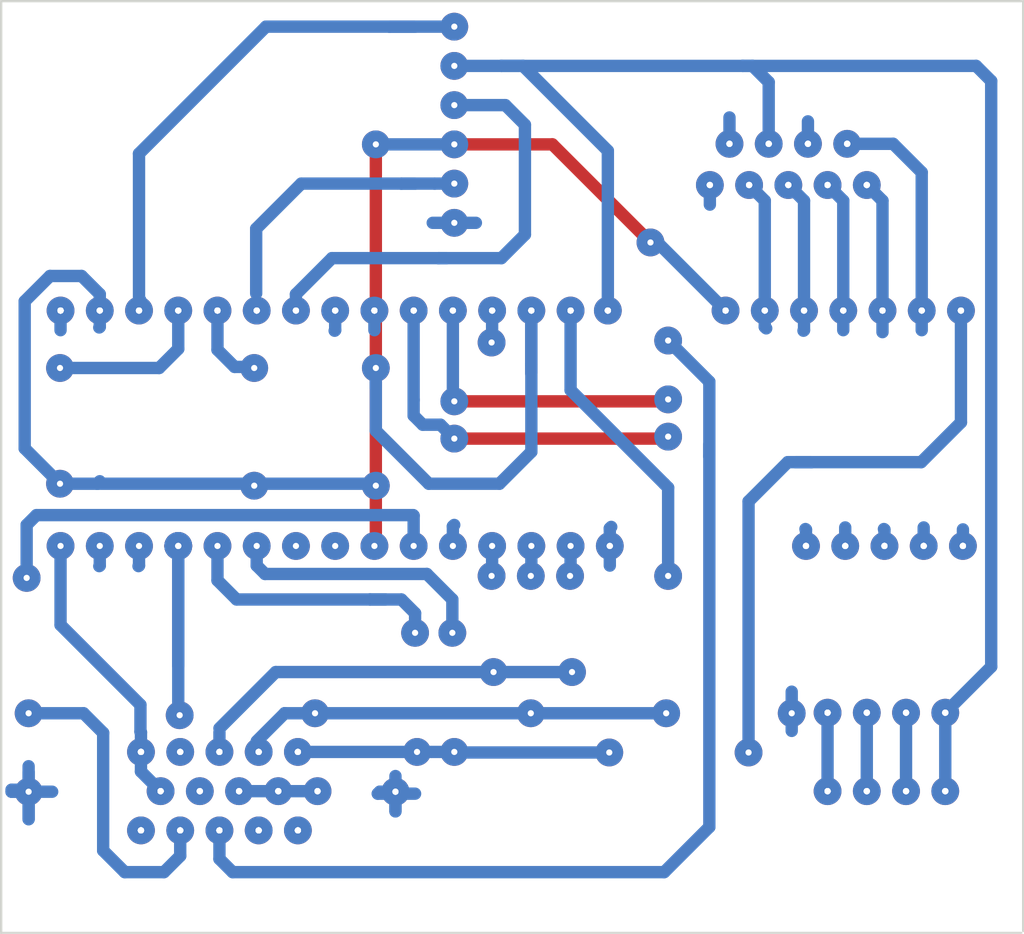
<source format=kicad_pcb>
(kicad_pcb (version 20171130) (host pcbnew "(5.0.1-3-g963ef8bb5)")

  (general
    (thickness 1.6)
    (drawings 4)
    (tracks 731)
    (zones 0)
    (modules 0)
    (nets 1)
  )

  (page A4)
  (layers
    (0 F.Cu signal)
    (31 B.Cu signal)
    (32 B.Adhes user)
    (33 F.Adhes user)
    (34 B.Paste user)
    (35 F.Paste user)
    (36 B.SilkS user)
    (37 F.SilkS user)
    (38 B.Mask user)
    (39 F.Mask user)
    (40 Dwgs.User user)
    (41 Cmts.User user)
    (42 Eco1.User user)
    (43 Eco2.User user)
    (44 Edge.Cuts user)
    (45 Margin user)
    (46 B.CrtYd user)
    (47 F.CrtYd user)
    (48 B.Fab user)
    (49 F.Fab user)
  )

  (setup
    (last_trace_width 0.8)
    (trace_clearance 0.2)
    (zone_clearance 0.508)
    (zone_45_only no)
    (trace_min 0.2)
    (segment_width 0.2)
    (edge_width 0.15)
    (via_size 1.8)
    (via_drill 0.4)
    (via_min_size 0.4)
    (via_min_drill 0.3)
    (uvia_size 0.3)
    (uvia_drill 0.1)
    (uvias_allowed no)
    (uvia_min_size 0.2)
    (uvia_min_drill 0.1)
    (pcb_text_width 0.3)
    (pcb_text_size 1.5 1.5)
    (mod_edge_width 0.15)
    (mod_text_size 1 1)
    (mod_text_width 0.15)
    (pad_size 1.524 1.524)
    (pad_drill 0.762)
    (pad_to_mask_clearance 0.051)
    (solder_mask_min_width 0.25)
    (aux_axis_origin 0 0)
    (visible_elements FFFFFF7F)
    (pcbplotparams
      (layerselection 0x010fc_ffffffff)
      (usegerberextensions false)
      (usegerberattributes false)
      (usegerberadvancedattributes false)
      (creategerberjobfile false)
      (excludeedgelayer true)
      (linewidth 0.150000)
      (plotframeref false)
      (viasonmask false)
      (mode 1)
      (useauxorigin false)
      (hpglpennumber 1)
      (hpglpenspeed 20)
      (hpglpendiameter 15.000000)
      (psnegative false)
      (psa4output false)
      (plotreference true)
      (plotvalue true)
      (plotinvisibletext false)
      (padsonsilk false)
      (subtractmaskfromsilk false)
      (outputformat 1)
      (mirror false)
      (drillshape 1)
      (scaleselection 1)
      (outputdirectory ""))
  )

  (net 0 "")

  (net_class Default "This is the default net class."
    (clearance 0.2)
    (trace_width 0.8)
    (via_dia 1.8)
    (via_drill 0.4)
    (uvia_dia 0.3)
    (uvia_drill 0.1)
  )

  (net_class neti ""
    (clearance 0.2)
    (trace_width 0.8)
    (via_dia 3)
    (via_drill 0.4)
    (uvia_dia 0.3)
    (uvia_drill 0.1)
  )

  (gr_line (start 149.733 95.504) (end 149.733 35.179) (layer Edge.Cuts) (width 0.15) (tstamp 5F443DAA))
  (gr_line (start 215.9 95.377) (end 215.9 35.179) (layer Edge.Cuts) (width 0.15) (tstamp 5F443D55))
  (gr_line (start 215.773 35.179) (end 149.733 35.179) (layer Edge.Cuts) (width 0.15) (tstamp 5F443D55))
  (gr_line (start 215.773 95.504) (end 149.733 95.504) (layer Edge.Cuts) (width 0.15))

  (via (at 176.437583 55.209137) (size 1.2) (drill 0.4) (layers F.Cu B.Cu) (net 0) (tstamp 5E065D07))
  (via (at 186.597583 55.209137) (size 0.8) (drill 0.4) (layers F.Cu B.Cu) (net 0) (tstamp 5E065D08))
  (via (at 156.117583 70.449137) (size 1.8) (drill 0.4) (layers F.Cu B.Cu) (net 0) (tstamp 5E065D1A))
  (via (at 173.897583 70.449137) (size 1.8) (drill 0.4) (layers F.Cu B.Cu) (net 0) (tstamp 5E065D1B))
  (via (at 176.437583 70.449137) (size 1.8) (drill 0.4) (layers F.Cu B.Cu) (net 0) (tstamp 5E065D1C))
  (via (at 178.977583 70.449137) (size 1.8) (drill 0.4) (layers F.Cu B.Cu) (net 0) (tstamp 5E065D1D))
  (via (at 173.897583 55.209137) (size 0.8) (drill 0.4) (layers F.Cu B.Cu) (net 0) (tstamp 5E065D1E))
  (via (at 186.597583 55.209137) (size 1.8) (drill 0.4) (layers F.Cu B.Cu) (net 0) (tstamp 5E065D1F))
  (via (at 178.977583 55.209137) (size 0.8) (drill 0.4) (layers F.Cu B.Cu) (net 0) (tstamp 5E065D20))
  (via (at 181.517583 55.209137) (size 1.8) (drill 0.4) (layers F.Cu B.Cu) (net 0) (tstamp 5E065D21))
  (via (at 184.057583 55.209137) (size 1.8) (drill 0.4) (layers F.Cu B.Cu) (net 0) (tstamp 5E065D22))
  (via (at 176.437583 55.209137) (size 0.8) (drill 0.4) (layers F.Cu B.Cu) (net 0) (tstamp 5E065D23))
  (via (at 181.517583 55.209137) (size 0.8) (drill 0.4) (layers F.Cu B.Cu) (net 0) (tstamp 5E065D24))
  (via (at 186.597583 55.209137) (size 1.5) (drill 0.4) (layers F.Cu B.Cu) (net 0) (tstamp 5E065D25))
  (via (at 186.597583 55.209137) (size 0.8) (drill 0.4) (layers F.Cu B.Cu) (net 0) (tstamp 5E065D26))
  (via (at 184.057583 55.209137) (size 1.5) (drill 0.4) (layers F.Cu B.Cu) (net 0) (tstamp 5E065D27))
  (via (at 184.057583 55.209137) (size 0.8) (drill 0.4) (layers F.Cu B.Cu) (net 0) (tstamp 5E065D28))
  (via (at 176.437583 55.209137) (size 1.5) (drill 0.4) (layers F.Cu B.Cu) (net 0) (tstamp 5E065D29))
  (via (at 178.977583 55.209137) (size 0.8) (drill 0.4) (layers F.Cu B.Cu) (net 0) (tstamp 5E065D2A))
  (via (at 158.657583 55.209137) (size 0.8) (drill 0.4) (layers F.Cu B.Cu) (net 0) (tstamp 5E065D2B))
  (via (at 158.657583 55.209137) (size 1.8) (drill 0.4) (layers F.Cu B.Cu) (net 0) (tstamp 5E065D2C))
  (via (at 171.357583 55.209137) (size 1.8) (drill 0.4) (layers F.Cu B.Cu) (net 0) (tstamp 5E065D2D))
  (via (at 181.517583 55.209137) (size 0.8) (drill 0.4) (layers F.Cu B.Cu) (net 0) (tstamp 5E065D2E))
  (via (at 178.977583 55.209137) (size 1.5) (drill 0.4) (layers F.Cu B.Cu) (net 0) (tstamp 5E065D2F))
  (via (at 184.057583 55.209137) (size 0.8) (drill 0.4) (layers F.Cu B.Cu) (net 0) (tstamp 5E065D30))
  (via (at 181.517583 55.209137) (size 1.5) (drill 0.4) (layers F.Cu B.Cu) (net 0) (tstamp 5E065D31))
  (via (at 173.897583 55.209137) (size 1.5) (drill 0.4) (layers F.Cu B.Cu) (net 0) (tstamp 5E065D32))
  (via (at 173.897583 55.209137) (size 0.8) (drill 0.4) (layers F.Cu B.Cu) (net 0) (tstamp 5E065D33))
  (via (at 171.357583 55.209137) (size 1.5) (drill 0.4) (layers F.Cu B.Cu) (net 0) (tstamp 5E065D34))
  (via (at 171.357583 55.209137) (size 0.8) (drill 0.4) (layers F.Cu B.Cu) (net 0) (tstamp 5E065D35))
  (via (at 168.817583 55.209137) (size 1.5) (drill 0.4) (layers F.Cu B.Cu) (net 0) (tstamp 5E065D36))
  (via (at 168.817583 55.209137) (size 0.8) (drill 0.4) (layers F.Cu B.Cu) (net 0) (tstamp 5E065D37))
  (via (at 166.277583 55.209137) (size 1.5) (drill 0.4) (layers F.Cu B.Cu) (net 0) (tstamp 5E065D38))
  (via (at 166.277583 55.209137) (size 0.8) (drill 0.4) (layers F.Cu B.Cu) (net 0) (tstamp 5E065D39))
  (via (at 163.737583 55.209137) (size 1.5) (drill 0.4) (layers F.Cu B.Cu) (net 0) (tstamp 5E065D3A))
  (via (at 163.737583 55.209137) (size 0.8) (drill 0.4) (layers F.Cu B.Cu) (net 0) (tstamp 5E065D3B))
  (via (at 161.197583 55.209137) (size 1.5) (drill 0.4) (layers F.Cu B.Cu) (net 0) (tstamp 5E065D3C))
  (via (at 161.197583 55.209137) (size 0.8) (drill 0.4) (layers F.Cu B.Cu) (net 0) (tstamp 5E065D3D))
  (via (at 158.657583 55.209137) (size 1.5) (drill 0.4) (layers F.Cu B.Cu) (net 0) (tstamp 5E065D3E))
  (via (at 158.657583 55.209137) (size 0.8) (drill 0.4) (layers F.Cu B.Cu) (net 0) (tstamp 5E065D3F))
  (via (at 156.117583 55.209137) (size 1.5) (drill 0.4) (layers F.Cu B.Cu) (net 0) (tstamp 5E065D40))
  (via (at 158.657583 70.449137) (size 1.8) (drill 0.4) (layers F.Cu B.Cu) (net 0) (tstamp 5E065D41))
  (via (at 156.117583 55.209137) (size 0.8) (drill 0.4) (layers F.Cu B.Cu) (net 0) (tstamp 5E065D42))
  (via (at 163.737583 70.449137) (size 1.8) (drill 0.4) (layers F.Cu B.Cu) (net 0) (tstamp 5E065D43))
  (via (at 153.577583 55.209137) (size 1.5) (drill 0.4) (layers F.Cu B.Cu) (net 0) (tstamp 5E065D44))
  (via (at 153.577583 55.209137) (size 0.8) (drill 0.4) (layers F.Cu B.Cu) (net 0) (tstamp 5E065D45))
  (via (at 161.197583 70.449137) (size 1.8) (drill 0.4) (layers F.Cu B.Cu) (net 0) (tstamp 5E065D46))
  (via (at 153.577583 55.209137) (size 1.5) (drill 0.4) (layers F.Cu B.Cu) (net 0) (tstamp 5E065D47))
  (via (at 153.577583 55.209137) (size 0.8) (drill 0.4) (layers F.Cu B.Cu) (net 0) (tstamp 5E065D48))
  (via (at 153.577583 55.209137) (size 1.2) (drill 0.4) (layers F.Cu B.Cu) (net 0) (tstamp 5E065D49))
  (via (at 153.577583 55.209137) (size 0.8) (drill 0.4) (layers F.Cu B.Cu) (net 0) (tstamp 5E065D4A))
  (via (at 156.117583 55.209137) (size 1.2) (drill 0.4) (layers F.Cu B.Cu) (net 0) (tstamp 5E065D4B))
  (via (at 176.437583 55.209137) (size 1.8) (drill 0.4) (layers F.Cu B.Cu) (net 0) (tstamp 5E065D4C))
  (via (at 156.117583 55.209137) (size 0.8) (drill 0.4) (layers F.Cu B.Cu) (net 0) (tstamp 5E065D4D))
  (via (at 186.597583 70.449137) (size 1.8) (drill 0.4) (layers F.Cu B.Cu) (net 0) (tstamp 5E065D4F))
  (via (at 184.057583 70.449137) (size 1.8) (drill 0.4) (layers F.Cu B.Cu) (net 0) (tstamp 5E065D50))
  (via (at 181.517583 70.449137) (size 1.8) (drill 0.4) (layers F.Cu B.Cu) (net 0) (tstamp 5E065D51))
  (via (at 153.577583 55.209137) (size 1.8) (drill 0.4) (layers F.Cu B.Cu) (net 0) (tstamp 5E065D52))
  (via (at 153.577583 55.209137) (size 0.8) (drill 0.4) (layers F.Cu B.Cu) (net 0) (tstamp 5E065D53))
  (via (at 156.117583 55.209137) (size 1.8) (drill 0.4) (layers F.Cu B.Cu) (net 0) (tstamp 5E065D54))
  (via (at 156.117583 55.209137) (size 0.8) (drill 0.4) (layers F.Cu B.Cu) (net 0) (tstamp 5E065D55))
  (via (at 173.897583 55.209137) (size 1.8) (drill 0.4) (layers F.Cu B.Cu) (net 0) (tstamp 5E065D56))
  (via (at 166.277583 70.449137) (size 1.8) (drill 0.4) (layers F.Cu B.Cu) (net 0) (tstamp 5E065D57))
  (via (at 158.657583 55.209137) (size 1.2) (drill 0.4) (layers F.Cu B.Cu) (net 0) (tstamp 5E065D58))
  (via (at 158.657583 55.209137) (size 0.8) (drill 0.4) (layers F.Cu B.Cu) (net 0) (tstamp 5E065D59))
  (via (at 161.197583 55.209137) (size 1.2) (drill 0.4) (layers F.Cu B.Cu) (net 0) (tstamp 5E065D5A))
  (via (at 161.197583 55.209137) (size 0.8) (drill 0.4) (layers F.Cu B.Cu) (net 0) (tstamp 5E065D5B))
  (via (at 163.737583 55.209137) (size 1.2) (drill 0.4) (layers F.Cu B.Cu) (net 0) (tstamp 5E065D5C))
  (via (at 163.737583 55.209137) (size 0.8) (drill 0.4) (layers F.Cu B.Cu) (net 0) (tstamp 5E065D5D))
  (via (at 166.277583 55.209137) (size 1.2) (drill 0.4) (layers F.Cu B.Cu) (net 0) (tstamp 5E065D5E))
  (via (at 166.277583 55.209137) (size 0.8) (drill 0.4) (layers F.Cu B.Cu) (net 0) (tstamp 5E065D5F))
  (via (at 168.817583 55.209137) (size 1.2) (drill 0.4) (layers F.Cu B.Cu) (net 0) (tstamp 5E065D60))
  (via (at 168.817583 55.209137) (size 0.8) (drill 0.4) (layers F.Cu B.Cu) (net 0) (tstamp 5E065D61))
  (via (at 171.357583 55.209137) (size 1.2) (drill 0.4) (layers F.Cu B.Cu) (net 0) (tstamp 5E065D62))
  (via (at 171.357583 55.209137) (size 0.8) (drill 0.4) (layers F.Cu B.Cu) (net 0) (tstamp 5E065D63))
  (via (at 173.897583 55.209137) (size 1.2) (drill 0.4) (layers F.Cu B.Cu) (net 0) (tstamp 5E065D64))
  (via (at 173.897583 55.209137) (size 0.8) (drill 0.4) (layers F.Cu B.Cu) (net 0) (tstamp 5E065D65))
  (via (at 176.437583 55.209137) (size 0.8) (drill 0.4) (layers F.Cu B.Cu) (net 0) (tstamp 5E065D66))
  (via (at 184.057583 55.209137) (size 0.8) (drill 0.4) (layers F.Cu B.Cu) (net 0) (tstamp 5E065D67))
  (via (at 186.597583 55.209137) (size 1.2) (drill 0.4) (layers F.Cu B.Cu) (net 0) (tstamp 5E065D68))
  (via (at 176.437583 55.209137) (size 0.8) (drill 0.4) (layers F.Cu B.Cu) (net 0) (tstamp 5E065D69))
  (via (at 156.117583 55.209137) (size 0.8) (drill 0.4) (layers F.Cu B.Cu) (net 0) (tstamp 5E065D6A))
  (via (at 161.197583 55.209137) (size 1.8) (drill 0.4) (layers F.Cu B.Cu) (net 0) (tstamp 5E065D6B))
  (via (at 153.577583 70.449137) (size 1.8) (drill 0.4) (layers F.Cu B.Cu) (net 0) (tstamp 5E065D6C))
  (via (at 176.437583 55.209137) (size 0.8) (drill 0.4) (layers F.Cu B.Cu) (net 0) (tstamp 5E065D6D))
  (via (at 153.577583 55.209137) (size 0.8) (drill 0.4) (layers F.Cu B.Cu) (net 0) (tstamp 5E065D6E))
  (via (at 173.897583 55.209137) (size 0.8) (drill 0.4) (layers F.Cu B.Cu) (net 0) (tstamp 5E065D6F))
  (via (at 158.657583 55.209137) (size 0.8) (drill 0.4) (layers F.Cu B.Cu) (net 0) (tstamp 5E065D71))
  (via (at 176.437583 55.209137) (size 0.8) (drill 0.4) (layers F.Cu B.Cu) (net 0) (tstamp 5E065D72))
  (via (at 171.357583 55.209137) (size 0.8) (drill 0.4) (layers F.Cu B.Cu) (net 0) (tstamp 5E065D73))
  (via (at 168.817583 55.209137) (size 0.8) (drill 0.4) (layers F.Cu B.Cu) (net 0) (tstamp 5E065D74))
  (via (at 166.277583 55.209137) (size 0.8) (drill 0.4) (layers F.Cu B.Cu) (net 0) (tstamp 5E065D75))
  (via (at 163.737583 55.209137) (size 0.8) (drill 0.4) (layers F.Cu B.Cu) (net 0) (tstamp 5E065D76))
  (via (at 161.197583 55.209137) (size 0.8) (drill 0.4) (layers F.Cu B.Cu) (net 0) (tstamp 5E065D77))
  (via (at 171.357583 70.449137) (size 1.8) (drill 0.4) (layers F.Cu B.Cu) (net 0) (tstamp 5E065D78))
  (via (at 178.977583 55.209137) (size 0.8) (drill 0.4) (layers F.Cu B.Cu) (net 0) (tstamp 5E065D79))
  (via (at 168.817583 70.449137) (size 1.8) (drill 0.4) (layers F.Cu B.Cu) (net 0) (tstamp 5E065D7A))
  (via (at 181.517583 55.209137) (size 0.8) (drill 0.4) (layers F.Cu B.Cu) (net 0) (tstamp 5E065D7B))
  (via (at 186.597583 55.209137) (size 0.8) (drill 0.4) (layers F.Cu B.Cu) (net 0) (tstamp 5E065D7C))
  (via (at 153.577583 55.209137) (size 0.8) (drill 0.4) (layers F.Cu B.Cu) (net 0) (tstamp 5E065D7D))
  (via (at 153.577583 55.209137) (size 1.2) (drill 0.4) (layers F.Cu B.Cu) (net 0) (tstamp 5E065D7E))
  (via (at 176.437583 55.209137) (size 0.8) (drill 0.4) (layers F.Cu B.Cu) (net 0) (tstamp 5E065D7F))
  (via (at 178.977583 55.209137) (size 1.2) (drill 0.4) (layers F.Cu B.Cu) (net 0) (tstamp 5E065D80))
  (via (at 178.977583 55.209137) (size 0.8) (drill 0.4) (layers F.Cu B.Cu) (net 0) (tstamp 5E065D81))
  (via (at 181.517583 55.209137) (size 1.2) (drill 0.4) (layers F.Cu B.Cu) (net 0) (tstamp 5E065D82))
  (via (at 181.517583 55.209137) (size 0.8) (drill 0.4) (layers F.Cu B.Cu) (net 0) (tstamp 5E065D83))
  (via (at 184.057583 55.209137) (size 1.2) (drill 0.4) (layers F.Cu B.Cu) (net 0) (tstamp 5E065D84))
  (via (at 168.817583 55.209137) (size 0.8) (drill 0.4) (layers F.Cu B.Cu) (net 0) (tstamp 5E065D85))
  (via (at 171.357583 55.209137) (size 0.8) (drill 0.4) (layers F.Cu B.Cu) (net 0) (tstamp 5E065D86))
  (via (at 178.977583 55.209137) (size 1.8) (drill 0.4) (layers F.Cu B.Cu) (net 0) (tstamp 5E065D87))
  (via (at 161.197583 55.209137) (size 0.8) (drill 0.4) (layers F.Cu B.Cu) (net 0) (tstamp 5E065D88))
  (via (at 163.737583 55.209137) (size 1.8) (drill 0.4) (layers F.Cu B.Cu) (net 0) (tstamp 5E065D89))
  (via (at 184.057583 55.209137) (size 0.8) (drill 0.4) (layers F.Cu B.Cu) (net 0) (tstamp 5E065D8A))
  (via (at 163.737583 55.209137) (size 0.8) (drill 0.4) (layers F.Cu B.Cu) (net 0) (tstamp 5E065D8B))
  (via (at 186.597583 55.209137) (size 0.8) (drill 0.4) (layers F.Cu B.Cu) (net 0) (tstamp 5E065D8C))
  (via (at 166.277583 55.209137) (size 1.8) (drill 0.4) (layers F.Cu B.Cu) (net 0) (tstamp 5E065D8D))
  (via (at 166.277583 55.209137) (size 0.8) (drill 0.4) (layers F.Cu B.Cu) (net 0) (tstamp 5E065D8E))
  (via (at 168.817583 55.209137) (size 1.8) (drill 0.4) (layers F.Cu B.Cu) (net 0) (tstamp 5E065D8F))
  (via (at 153.543 58.928) (size 1.8) (drill 0.4) (layers F.Cu B.Cu) (net 0) (tstamp 5E0772B0))
  (via (at 153.543 66.421) (size 1.8) (drill 0.4) (layers F.Cu B.Cu) (net 0) (tstamp 5E0772B1))
  (segment (start 186.563 55.174554) (end 186.597583 55.209137) (width 0.8) (layer B.Cu) (net 0))
  (via (at 158.784583 83.784137) (size 1.8) (drill 0.4) (layers F.Cu B.Cu) (net 0) (tstamp 5F44118B))
  (via (at 163.864583 83.784137) (size 1.8) (drill 0.4) (layers F.Cu B.Cu) (net 0) (tstamp 5F44118C))
  (via (at 163.864583 83.784137) (size 0.8) (drill 0.4) (layers F.Cu B.Cu) (net 0) (tstamp 5F44118D))
  (via (at 158.784583 83.784137) (size 1.2) (drill 0.4) (layers F.Cu B.Cu) (net 0) (tstamp 5F44118E))
  (via (at 158.784583 83.784137) (size 1.5) (drill 0.4) (layers F.Cu B.Cu) (net 0) (tstamp 5F44118F))
  (via (at 158.784583 83.784137) (size 0.8) (drill 0.4) (layers F.Cu B.Cu) (net 0) (tstamp 5F441190))
  (via (at 158.784583 83.784137) (size 0.8) (drill 0.4) (layers F.Cu B.Cu) (net 0) (tstamp 5F441191))
  (via (at 161.324583 83.784137) (size 0.8) (drill 0.4) (layers F.Cu B.Cu) (net 0) (tstamp 5F441192))
  (via (at 158.784583 83.784137) (size 0.8) (drill 0.4) (layers F.Cu B.Cu) (net 0) (tstamp 5F441193))
  (via (at 161.324583 83.784137) (size 1.2) (drill 0.4) (layers F.Cu B.Cu) (net 0) (tstamp 5F441194))
  (via (at 161.324583 83.784137) (size 0.8) (drill 0.4) (layers F.Cu B.Cu) (net 0) (tstamp 5F441195))
  (via (at 161.324583 83.784137) (size 1.5) (drill 0.4) (layers F.Cu B.Cu) (net 0) (tstamp 5F441196))
  (via (at 158.784583 83.784137) (size 0.8) (drill 0.4) (layers F.Cu B.Cu) (net 0) (tstamp 5F441197))
  (via (at 163.864583 83.784137) (size 0.8) (drill 0.4) (layers F.Cu B.Cu) (net 0) (tstamp 5F441198))
  (via (at 163.864583 83.784137) (size 1.5) (drill 0.4) (layers F.Cu B.Cu) (net 0) (tstamp 5F441199))
  (via (at 168.944583 83.784137) (size 1.5) (drill 0.4) (layers F.Cu B.Cu) (net 0) (tstamp 5F44119A))
  (via (at 163.864583 83.784137) (size 1.2) (drill 0.4) (layers F.Cu B.Cu) (net 0) (tstamp 5F44119B))
  (via (at 168.944583 83.784137) (size 1.2) (drill 0.4) (layers F.Cu B.Cu) (net 0) (tstamp 5F44119C))
  (via (at 168.944583 83.784137) (size 0.8) (drill 0.4) (layers F.Cu B.Cu) (net 0) (tstamp 5F44119D))
  (via (at 161.324583 83.784137) (size 0.8) (drill 0.4) (layers F.Cu B.Cu) (net 0) (tstamp 5F44119E))
  (via (at 158.784583 83.784137) (size 0.8) (drill 0.4) (layers F.Cu B.Cu) (net 0) (tstamp 5F44119F))
  (via (at 168.944583 83.784137) (size 0.8) (drill 0.4) (layers F.Cu B.Cu) (net 0) (tstamp 5F4411A0))
  (via (at 166.404583 83.784137) (size 0.8) (drill 0.4) (layers F.Cu B.Cu) (net 0) (tstamp 5F4411A1))
  (via (at 168.944583 83.784137) (size 0.8) (drill 0.4) (layers F.Cu B.Cu) (net 0) (tstamp 5F4411A2))
  (via (at 168.944583 83.784137) (size 1.8) (drill 0.4) (layers F.Cu B.Cu) (net 0) (tstamp 5F4411A3))
  (via (at 158.784583 83.784137) (size 1.2) (drill 0.4) (layers F.Cu B.Cu) (net 0) (tstamp 5F4411A4))
  (via (at 158.784583 83.784137) (size 0.8) (drill 0.4) (layers F.Cu B.Cu) (net 0) (tstamp 5F4411A5))
  (via (at 166.404583 83.784137) (size 0.8) (drill 0.4) (layers F.Cu B.Cu) (net 0) (tstamp 5F4411A6))
  (via (at 163.864583 83.784137) (size 0.8) (drill 0.4) (layers F.Cu B.Cu) (net 0) (tstamp 5F4411A7))
  (via (at 166.404583 83.784137) (size 1.8) (drill 0.4) (layers F.Cu B.Cu) (net 0) (tstamp 5F4411A8))
  (via (at 166.404583 83.784137) (size 1.2) (drill 0.4) (layers F.Cu B.Cu) (net 0) (tstamp 5F4411A9))
  (via (at 166.404583 83.784137) (size 0.8) (drill 0.4) (layers F.Cu B.Cu) (net 0) (tstamp 5F4411AA))
  (via (at 161.324583 83.784137) (size 1.8) (drill 0.4) (layers F.Cu B.Cu) (net 0) (tstamp 5F4411AB))
  (via (at 161.324583 83.784137) (size 0.8) (drill 0.4) (layers F.Cu B.Cu) (net 0) (tstamp 5F4411AC))
  (via (at 163.864583 83.784137) (size 0.8) (drill 0.4) (layers F.Cu B.Cu) (net 0) (tstamp 5F4411AD))
  (via (at 166.404583 83.784137) (size 1.5) (drill 0.4) (layers F.Cu B.Cu) (net 0) (tstamp 5F4411AE))
  (via (at 168.944583 83.784137) (size 0.8) (drill 0.4) (layers F.Cu B.Cu) (net 0) (tstamp 5F4411AF))
  (via (at 158.784583 83.784137) (size 1.5) (drill 0.4) (layers F.Cu B.Cu) (net 0) (tstamp 5F4411B0))
  (via (at 166.404583 83.784137) (size 0.8) (drill 0.4) (layers F.Cu B.Cu) (net 0) (tstamp 5F4411B1))
  (via (at 160.054583 86.324137) (size 1.8) (drill 0.4) (layers F.Cu B.Cu) (net 0) (tstamp 5F44118B))
  (via (at 165.134583 86.324137) (size 1.8) (drill 0.4) (layers F.Cu B.Cu) (net 0) (tstamp 5F44118C))
  (via (at 165.134583 86.324137) (size 0.8) (drill 0.4) (layers F.Cu B.Cu) (net 0) (tstamp 5F44118D))
  (via (at 160.054583 86.324137) (size 1.2) (drill 0.4) (layers F.Cu B.Cu) (net 0) (tstamp 5F44118E))
  (via (at 160.054583 86.324137) (size 1.5) (drill 0.4) (layers F.Cu B.Cu) (net 0) (tstamp 5F44118F))
  (via (at 160.054583 86.324137) (size 0.8) (drill 0.4) (layers F.Cu B.Cu) (net 0) (tstamp 5F441190))
  (via (at 160.054583 86.324137) (size 0.8) (drill 0.4) (layers F.Cu B.Cu) (net 0) (tstamp 5F441191))
  (via (at 162.594583 86.324137) (size 0.8) (drill 0.4) (layers F.Cu B.Cu) (net 0) (tstamp 5F441192))
  (via (at 160.054583 86.324137) (size 0.8) (drill 0.4) (layers F.Cu B.Cu) (net 0) (tstamp 5F441193))
  (via (at 162.594583 86.324137) (size 1.2) (drill 0.4) (layers F.Cu B.Cu) (net 0) (tstamp 5F441194))
  (via (at 162.594583 86.324137) (size 0.8) (drill 0.4) (layers F.Cu B.Cu) (net 0) (tstamp 5F441195))
  (via (at 162.594583 86.324137) (size 1.5) (drill 0.4) (layers F.Cu B.Cu) (net 0) (tstamp 5F441196))
  (via (at 160.054583 86.324137) (size 0.8) (drill 0.4) (layers F.Cu B.Cu) (net 0) (tstamp 5F441197))
  (via (at 165.134583 86.324137) (size 0.8) (drill 0.4) (layers F.Cu B.Cu) (net 0) (tstamp 5F441198))
  (via (at 165.134583 86.324137) (size 1.5) (drill 0.4) (layers F.Cu B.Cu) (net 0) (tstamp 5F441199))
  (via (at 170.214583 86.324137) (size 1.5) (drill 0.4) (layers F.Cu B.Cu) (net 0) (tstamp 5F44119A))
  (via (at 165.134583 86.324137) (size 1.2) (drill 0.4) (layers F.Cu B.Cu) (net 0) (tstamp 5F44119B))
  (via (at 170.214583 86.324137) (size 1.2) (drill 0.4) (layers F.Cu B.Cu) (net 0) (tstamp 5F44119C))
  (via (at 170.214583 86.324137) (size 0.8) (drill 0.4) (layers F.Cu B.Cu) (net 0) (tstamp 5F44119D))
  (via (at 162.594583 86.324137) (size 0.8) (drill 0.4) (layers F.Cu B.Cu) (net 0) (tstamp 5F44119E))
  (via (at 160.054583 86.324137) (size 0.8) (drill 0.4) (layers F.Cu B.Cu) (net 0) (tstamp 5F44119F))
  (via (at 170.214583 86.324137) (size 0.8) (drill 0.4) (layers F.Cu B.Cu) (net 0) (tstamp 5F4411A0))
  (via (at 167.674583 86.324137) (size 0.8) (drill 0.4) (layers F.Cu B.Cu) (net 0) (tstamp 5F4411A1))
  (via (at 170.214583 86.324137) (size 0.8) (drill 0.4) (layers F.Cu B.Cu) (net 0) (tstamp 5F4411A2))
  (via (at 170.214583 86.324137) (size 1.8) (drill 0.4) (layers F.Cu B.Cu) (net 0) (tstamp 5F4411A3))
  (via (at 160.054583 86.324137) (size 1.2) (drill 0.4) (layers F.Cu B.Cu) (net 0) (tstamp 5F4411A4))
  (via (at 160.054583 86.324137) (size 0.8) (drill 0.4) (layers F.Cu B.Cu) (net 0) (tstamp 5F4411A5))
  (via (at 167.674583 86.324137) (size 0.8) (drill 0.4) (layers F.Cu B.Cu) (net 0) (tstamp 5F4411A6))
  (via (at 165.134583 86.324137) (size 0.8) (drill 0.4) (layers F.Cu B.Cu) (net 0) (tstamp 5F4411A7))
  (via (at 167.674583 86.324137) (size 1.8) (drill 0.4) (layers F.Cu B.Cu) (net 0) (tstamp 5F4411A8))
  (via (at 167.674583 86.324137) (size 1.2) (drill 0.4) (layers F.Cu B.Cu) (net 0) (tstamp 5F4411A9))
  (via (at 167.674583 86.324137) (size 0.8) (drill 0.4) (layers F.Cu B.Cu) (net 0) (tstamp 5F4411AA))
  (via (at 162.594583 86.324137) (size 1.8) (drill 0.4) (layers F.Cu B.Cu) (net 0) (tstamp 5F4411AB))
  (via (at 162.594583 86.324137) (size 0.8) (drill 0.4) (layers F.Cu B.Cu) (net 0) (tstamp 5F4411AC))
  (via (at 165.134583 86.324137) (size 0.8) (drill 0.4) (layers F.Cu B.Cu) (net 0) (tstamp 5F4411AD))
  (via (at 167.674583 86.324137) (size 1.5) (drill 0.4) (layers F.Cu B.Cu) (net 0) (tstamp 5F4411AE))
  (via (at 170.214583 86.324137) (size 0.8) (drill 0.4) (layers F.Cu B.Cu) (net 0) (tstamp 5F4411AF))
  (via (at 160.054583 86.324137) (size 1.5) (drill 0.4) (layers F.Cu B.Cu) (net 0) (tstamp 5F4411B0))
  (via (at 167.674583 86.324137) (size 0.8) (drill 0.4) (layers F.Cu B.Cu) (net 0) (tstamp 5F4411B1))
  (via (at 163.864583 88.864137) (size 0.8) (drill 0.4) (layers F.Cu B.Cu) (net 0) (tstamp 5F441360))
  (via (at 158.784583 88.864137) (size 0.8) (drill 0.4) (layers F.Cu B.Cu) (net 0) (tstamp 5F441361))
  (via (at 161.324583 88.864137) (size 0.8) (drill 0.4) (layers F.Cu B.Cu) (net 0) (tstamp 5F441362))
  (via (at 158.784583 88.864137) (size 0.8) (drill 0.4) (layers F.Cu B.Cu) (net 0) (tstamp 5F441363))
  (via (at 158.784583 88.864137) (size 1.8) (drill 0.4) (layers F.Cu B.Cu) (net 0) (tstamp 5F441364))
  (via (at 166.404583 88.864137) (size 0.8) (drill 0.4) (layers F.Cu B.Cu) (net 0) (tstamp 5F441365))
  (via (at 166.404583 88.864137) (size 1.5) (drill 0.4) (layers F.Cu B.Cu) (net 0) (tstamp 5F441366))
  (via (at 168.944583 88.864137) (size 0.8) (drill 0.4) (layers F.Cu B.Cu) (net 0) (tstamp 5F441367))
  (via (at 168.944583 88.864137) (size 1.2) (drill 0.4) (layers F.Cu B.Cu) (net 0) (tstamp 5F441368))
  (via (at 158.784583 88.864137) (size 1.2) (drill 0.4) (layers F.Cu B.Cu) (net 0) (tstamp 5F441369))
  (via (at 163.864583 88.864137) (size 0.8) (drill 0.4) (layers F.Cu B.Cu) (net 0) (tstamp 5F44136A))
  (via (at 158.784583 88.864137) (size 0.8) (drill 0.4) (layers F.Cu B.Cu) (net 0) (tstamp 5F44136B))
  (via (at 163.864583 88.864137) (size 1.5) (drill 0.4) (layers F.Cu B.Cu) (net 0) (tstamp 5F44136C))
  (via (at 158.784583 88.864137) (size 0.8) (drill 0.4) (layers F.Cu B.Cu) (net 0) (tstamp 5F44136D))
  (via (at 158.784583 88.864137) (size 1.5) (drill 0.4) (layers F.Cu B.Cu) (net 0) (tstamp 5F44136E))
  (via (at 168.944583 88.864137) (size 0.8) (drill 0.4) (layers F.Cu B.Cu) (net 0) (tstamp 5F44136F))
  (via (at 163.864583 88.864137) (size 0.8) (drill 0.4) (layers F.Cu B.Cu) (net 0) (tstamp 5F441370))
  (via (at 161.324583 88.864137) (size 0.8) (drill 0.4) (layers F.Cu B.Cu) (net 0) (tstamp 5F441371))
  (via (at 168.944583 88.864137) (size 1.8) (drill 0.4) (layers F.Cu B.Cu) (net 0) (tstamp 5F441372))
  (via (at 161.324583 88.864137) (size 1.5) (drill 0.4) (layers F.Cu B.Cu) (net 0) (tstamp 5F441373))
  (via (at 161.324583 88.864137) (size 0.8) (drill 0.4) (layers F.Cu B.Cu) (net 0) (tstamp 5F441374))
  (via (at 163.864583 88.864137) (size 1.8) (drill 0.4) (layers F.Cu B.Cu) (net 0) (tstamp 5F441375))
  (via (at 168.944583 88.864137) (size 1.5) (drill 0.4) (layers F.Cu B.Cu) (net 0) (tstamp 5F441376))
  (via (at 161.324583 88.864137) (size 1.8) (drill 0.4) (layers F.Cu B.Cu) (net 0) (tstamp 5F441377))
  (via (at 166.404583 88.864137) (size 1.8) (drill 0.4) (layers F.Cu B.Cu) (net 0) (tstamp 5F441378))
  (via (at 158.784583 88.864137) (size 1.5) (drill 0.4) (layers F.Cu B.Cu) (net 0) (tstamp 5F441379))
  (via (at 166.404583 88.864137) (size 0.8) (drill 0.4) (layers F.Cu B.Cu) (net 0) (tstamp 5F44137A))
  (via (at 166.404583 88.864137) (size 1.2) (drill 0.4) (layers F.Cu B.Cu) (net 0) (tstamp 5F44137B))
  (via (at 158.784583 88.864137) (size 0.8) (drill 0.4) (layers F.Cu B.Cu) (net 0) (tstamp 5F44137C))
  (via (at 168.944583 88.864137) (size 0.8) (drill 0.4) (layers F.Cu B.Cu) (net 0) (tstamp 5F44137D))
  (via (at 158.784583 88.864137) (size 0.8) (drill 0.4) (layers F.Cu B.Cu) (net 0) (tstamp 5F44137E))
  (via (at 166.404583 88.864137) (size 0.8) (drill 0.4) (layers F.Cu B.Cu) (net 0) (tstamp 5F44137F))
  (via (at 168.944583 88.864137) (size 0.8) (drill 0.4) (layers F.Cu B.Cu) (net 0) (tstamp 5F441380))
  (via (at 161.324583 88.864137) (size 0.8) (drill 0.4) (layers F.Cu B.Cu) (net 0) (tstamp 5F441381))
  (via (at 166.404583 88.864137) (size 0.8) (drill 0.4) (layers F.Cu B.Cu) (net 0) (tstamp 5F441382))
  (via (at 163.864583 88.864137) (size 0.8) (drill 0.4) (layers F.Cu B.Cu) (net 0) (tstamp 5F441383))
  (via (at 161.324583 88.864137) (size 1.2) (drill 0.4) (layers F.Cu B.Cu) (net 0) (tstamp 5F441384))
  (via (at 163.864583 88.864137) (size 1.2) (drill 0.4) (layers F.Cu B.Cu) (net 0) (tstamp 5F441385))
  (via (at 158.784583 88.864137) (size 1.2) (drill 0.4) (layers F.Cu B.Cu) (net 0) (tstamp 5F441386))
  (via (at 211.870583 55.209137) (size 1.8) (drill 0.4) (layers F.Cu B.Cu) (net 0) (tstamp 5F4414E8))
  (via (at 189.010583 55.209137) (size 1.2) (drill 0.4) (layers F.Cu B.Cu) (net 0) (tstamp 5F4414EA))
  (via (at 189.010583 55.209137) (size 0.8) (drill 0.4) (layers F.Cu B.Cu) (net 0) (tstamp 5F4414EB))
  (via (at 189.010583 55.209137) (size 1.5) (drill 0.4) (layers F.Cu B.Cu) (net 0) (tstamp 5F4414ED))
  (via (at 189.010583 55.209137) (size 0.8) (drill 0.4) (layers F.Cu B.Cu) (net 0) (tstamp 5F4414EE))
  (via (at 189.010583 55.209137) (size 1.5) (drill 0.4) (layers F.Cu B.Cu) (net 0) (tstamp 5F4414EF))
  (via (at 189.010583 55.209137) (size 0.8) (drill 0.4) (layers F.Cu B.Cu) (net 0) (tstamp 5F4414F0))
  (via (at 199.170583 55.209137) (size 1.5) (drill 0.4) (layers F.Cu B.Cu) (net 0) (tstamp 5F4414F6))
  (via (at 199.170583 55.209137) (size 0.8) (drill 0.4) (layers F.Cu B.Cu) (net 0) (tstamp 5F4414F7))
  (via (at 204.250583 55.209137) (size 0.8) (drill 0.4) (layers F.Cu B.Cu) (net 0) (tstamp 5F4414F9))
  (via (at 201.710583 55.209137) (size 1.5) (drill 0.4) (layers F.Cu B.Cu) (net 0) (tstamp 5F4414FA))
  (via (at 201.710583 55.209137) (size 0.8) (drill 0.4) (layers F.Cu B.Cu) (net 0) (tstamp 5F4414FB))
  (via (at 204.250583 55.209137) (size 1.5) (drill 0.4) (layers F.Cu B.Cu) (net 0) (tstamp 5F4414FC))
  (via (at 211.870583 55.209137) (size 1.5) (drill 0.4) (layers F.Cu B.Cu) (net 0) (tstamp 5F4414FE))
  (via (at 211.870583 55.209137) (size 0.8) (drill 0.4) (layers F.Cu B.Cu) (net 0) (tstamp 5F4414FF))
  (via (at 209.330583 55.209137) (size 0.8) (drill 0.4) (layers F.Cu B.Cu) (net 0) (tstamp 5F441500))
  (via (at 209.330583 55.209137) (size 1.5) (drill 0.4) (layers F.Cu B.Cu) (net 0) (tstamp 5F441501))
  (via (at 206.790583 55.209137) (size 1.5) (drill 0.4) (layers F.Cu B.Cu) (net 0) (tstamp 5F441502))
  (via (at 206.790583 55.209137) (size 0.8) (drill 0.4) (layers F.Cu B.Cu) (net 0) (tstamp 5F441503))
  (via (at 211.870583 55.209137) (size 1.2) (drill 0.4) (layers F.Cu B.Cu) (net 0) (tstamp 5F441504))
  (via (at 206.790583 55.209137) (size 1.8) (drill 0.4) (layers F.Cu B.Cu) (net 0) (tstamp 5F441505))
  (via (at 209.330583 55.209137) (size 0.8) (drill 0.4) (layers F.Cu B.Cu) (net 0) (tstamp 5F441507))
  (via (at 189.010583 55.209137) (size 1.8) (drill 0.4) (layers F.Cu B.Cu) (net 0) (tstamp 5F441508))
  (via (at 189.010583 55.209137) (size 0.8) (drill 0.4) (layers F.Cu B.Cu) (net 0) (tstamp 5F441509))
  (via (at 209.330583 55.209137) (size 1.8) (drill 0.4) (layers F.Cu B.Cu) (net 0) (tstamp 5F44150C))
  (via (at 199.170583 55.209137) (size 1.2) (drill 0.4) (layers F.Cu B.Cu) (net 0) (tstamp 5F441511))
  (via (at 199.170583 55.209137) (size 0.8) (drill 0.4) (layers F.Cu B.Cu) (net 0) (tstamp 5F441512))
  (via (at 201.710583 55.209137) (size 1.2) (drill 0.4) (layers F.Cu B.Cu) (net 0) (tstamp 5F441513))
  (via (at 201.710583 55.209137) (size 0.8) (drill 0.4) (layers F.Cu B.Cu) (net 0) (tstamp 5F441514))
  (via (at 204.250583 55.209137) (size 1.2) (drill 0.4) (layers F.Cu B.Cu) (net 0) (tstamp 5F441515))
  (via (at 204.250583 55.209137) (size 0.8) (drill 0.4) (layers F.Cu B.Cu) (net 0) (tstamp 5F441516))
  (via (at 206.790583 55.209137) (size 1.2) (drill 0.4) (layers F.Cu B.Cu) (net 0) (tstamp 5F441517))
  (via (at 206.790583 55.209137) (size 0.8) (drill 0.4) (layers F.Cu B.Cu) (net 0) (tstamp 5F441518))
  (via (at 209.330583 55.209137) (size 1.2) (drill 0.4) (layers F.Cu B.Cu) (net 0) (tstamp 5F441519))
  (via (at 209.330583 55.209137) (size 0.8) (drill 0.4) (layers F.Cu B.Cu) (net 0) (tstamp 5F44151A))
  (via (at 211.870583 55.209137) (size 0.8) (drill 0.4) (layers F.Cu B.Cu) (net 0) (tstamp 5F44151B))
  (via (at 211.870583 55.209137) (size 0.8) (drill 0.4) (layers F.Cu B.Cu) (net 0) (tstamp 5F44151C))
  (via (at 211.870583 55.209137) (size 0.8) (drill 0.4) (layers F.Cu B.Cu) (net 0) (tstamp 5F44151F))
  (via (at 189.010583 55.209137) (size 0.8) (drill 0.4) (layers F.Cu B.Cu) (net 0) (tstamp 5F441520))
  (via (at 209.330583 55.209137) (size 0.8) (drill 0.4) (layers F.Cu B.Cu) (net 0) (tstamp 5F441521))
  (via (at 211.870583 55.209137) (size 0.8) (drill 0.4) (layers F.Cu B.Cu) (net 0) (tstamp 5F441523))
  (via (at 206.790583 55.209137) (size 0.8) (drill 0.4) (layers F.Cu B.Cu) (net 0) (tstamp 5F441524))
  (via (at 204.250583 55.209137) (size 0.8) (drill 0.4) (layers F.Cu B.Cu) (net 0) (tstamp 5F441525))
  (via (at 201.710583 55.209137) (size 0.8) (drill 0.4) (layers F.Cu B.Cu) (net 0) (tstamp 5F441526))
  (via (at 199.170583 55.209137) (size 0.8) (drill 0.4) (layers F.Cu B.Cu) (net 0) (tstamp 5F441527))
  (via (at 189.010583 55.209137) (size 0.8) (drill 0.4) (layers F.Cu B.Cu) (net 0) (tstamp 5F441529))
  (via (at 189.010583 55.209137) (size 1.2) (drill 0.4) (layers F.Cu B.Cu) (net 0) (tstamp 5F44152A))
  (via (at 211.870583 55.209137) (size 0.8) (drill 0.4) (layers F.Cu B.Cu) (net 0) (tstamp 5F44152B))
  (via (at 204.250583 55.209137) (size 0.8) (drill 0.4) (layers F.Cu B.Cu) (net 0) (tstamp 5F44152C))
  (via (at 206.790583 55.209137) (size 0.8) (drill 0.4) (layers F.Cu B.Cu) (net 0) (tstamp 5F44152D))
  (via (at 199.170583 55.209137) (size 1.8) (drill 0.4) (layers F.Cu B.Cu) (net 0) (tstamp 5F44152F))
  (via (at 199.170583 55.209137) (size 0.8) (drill 0.4) (layers F.Cu B.Cu) (net 0) (tstamp 5F441530))
  (via (at 201.710583 55.209137) (size 1.8) (drill 0.4) (layers F.Cu B.Cu) (net 0) (tstamp 5F441531))
  (via (at 201.710583 55.209137) (size 0.8) (drill 0.4) (layers F.Cu B.Cu) (net 0) (tstamp 5F441532))
  (via (at 204.250583 55.209137) (size 1.8) (drill 0.4) (layers F.Cu B.Cu) (net 0) (tstamp 5F441533))
  (via (at 211.997583 70.449137) (size 1.8) (drill 0.4) (layers F.Cu B.Cu) (net 0) (tstamp 5F4414E8))
  (via (at 204.377583 70.449137) (size 0.8) (drill 0.4) (layers F.Cu B.Cu) (net 0) (tstamp 5F4414F9))
  (via (at 201.837583 70.449137) (size 1.5) (drill 0.4) (layers F.Cu B.Cu) (net 0) (tstamp 5F4414FA))
  (via (at 201.837583 70.449137) (size 0.8) (drill 0.4) (layers F.Cu B.Cu) (net 0) (tstamp 5F4414FB))
  (via (at 204.377583 70.449137) (size 1.5) (drill 0.4) (layers F.Cu B.Cu) (net 0) (tstamp 5F4414FC))
  (via (at 211.997583 70.449137) (size 1.5) (drill 0.4) (layers F.Cu B.Cu) (net 0) (tstamp 5F4414FE))
  (via (at 211.997583 70.449137) (size 0.8) (drill 0.4) (layers F.Cu B.Cu) (net 0) (tstamp 5F4414FF))
  (via (at 209.457583 70.449137) (size 0.8) (drill 0.4) (layers F.Cu B.Cu) (net 0) (tstamp 5F441500))
  (via (at 209.457583 70.449137) (size 1.5) (drill 0.4) (layers F.Cu B.Cu) (net 0) (tstamp 5F441501))
  (via (at 206.917583 70.449137) (size 1.5) (drill 0.4) (layers F.Cu B.Cu) (net 0) (tstamp 5F441502))
  (via (at 206.917583 70.449137) (size 0.8) (drill 0.4) (layers F.Cu B.Cu) (net 0) (tstamp 5F441503))
  (via (at 211.997583 70.449137) (size 1.2) (drill 0.4) (layers F.Cu B.Cu) (net 0) (tstamp 5F441504))
  (via (at 206.917583 70.449137) (size 1.8) (drill 0.4) (layers F.Cu B.Cu) (net 0) (tstamp 5F441505))
  (via (at 209.457583 70.449137) (size 0.8) (drill 0.4) (layers F.Cu B.Cu) (net 0) (tstamp 5F441507))
  (via (at 209.457583 70.449137) (size 1.8) (drill 0.4) (layers F.Cu B.Cu) (net 0) (tstamp 5F44150C))
  (via (at 201.837583 70.449137) (size 1.2) (drill 0.4) (layers F.Cu B.Cu) (net 0) (tstamp 5F441513))
  (via (at 201.837583 70.449137) (size 0.8) (drill 0.4) (layers F.Cu B.Cu) (net 0) (tstamp 5F441514))
  (via (at 204.377583 70.449137) (size 1.2) (drill 0.4) (layers F.Cu B.Cu) (net 0) (tstamp 5F441515))
  (via (at 204.377583 70.449137) (size 0.8) (drill 0.4) (layers F.Cu B.Cu) (net 0) (tstamp 5F441516))
  (via (at 206.917583 70.449137) (size 1.2) (drill 0.4) (layers F.Cu B.Cu) (net 0) (tstamp 5F441517))
  (via (at 206.917583 70.449137) (size 0.8) (drill 0.4) (layers F.Cu B.Cu) (net 0) (tstamp 5F441518))
  (via (at 209.457583 70.449137) (size 1.2) (drill 0.4) (layers F.Cu B.Cu) (net 0) (tstamp 5F441519))
  (via (at 209.457583 70.449137) (size 0.8) (drill 0.4) (layers F.Cu B.Cu) (net 0) (tstamp 5F44151A))
  (via (at 211.997583 70.449137) (size 0.8) (drill 0.4) (layers F.Cu B.Cu) (net 0) (tstamp 5F44151B))
  (via (at 211.997583 70.449137) (size 0.8) (drill 0.4) (layers F.Cu B.Cu) (net 0) (tstamp 5F44151C))
  (via (at 211.997583 70.449137) (size 0.8) (drill 0.4) (layers F.Cu B.Cu) (net 0) (tstamp 5F44151F))
  (via (at 209.457583 70.449137) (size 0.8) (drill 0.4) (layers F.Cu B.Cu) (net 0) (tstamp 5F441521))
  (via (at 211.997583 70.449137) (size 0.8) (drill 0.4) (layers F.Cu B.Cu) (net 0) (tstamp 5F441523))
  (via (at 206.917583 70.449137) (size 0.8) (drill 0.4) (layers F.Cu B.Cu) (net 0) (tstamp 5F441524))
  (via (at 204.377583 70.449137) (size 0.8) (drill 0.4) (layers F.Cu B.Cu) (net 0) (tstamp 5F441525))
  (via (at 201.837583 70.449137) (size 0.8) (drill 0.4) (layers F.Cu B.Cu) (net 0) (tstamp 5F441526))
  (via (at 211.997583 70.449137) (size 0.8) (drill 0.4) (layers F.Cu B.Cu) (net 0) (tstamp 5F44152B))
  (via (at 204.377583 70.449137) (size 0.8) (drill 0.4) (layers F.Cu B.Cu) (net 0) (tstamp 5F44152C))
  (via (at 206.917583 70.449137) (size 0.8) (drill 0.4) (layers F.Cu B.Cu) (net 0) (tstamp 5F44152D))
  (via (at 201.837583 70.449137) (size 1.8) (drill 0.4) (layers F.Cu B.Cu) (net 0) (tstamp 5F441531))
  (via (at 201.837583 70.449137) (size 0.8) (drill 0.4) (layers F.Cu B.Cu) (net 0) (tstamp 5F441532))
  (via (at 204.377583 70.449137) (size 1.8) (drill 0.4) (layers F.Cu B.Cu) (net 0) (tstamp 5F441533))
  (via (at 189.137583 70.449137) (size 1.5) (drill 0.4) (layers F.Cu B.Cu) (net 0) (tstamp 5F4414EF))
  (via (at 189.137583 70.449137) (size 1.8) (drill 0.4) (layers F.Cu B.Cu) (net 0) (tstamp 5F441508))
  (via (at 189.137583 70.449137) (size 1.2) (drill 0.4) (layers F.Cu B.Cu) (net 0) (tstamp 5F44152A))
  (segment (start 168.944583 83.784137) (end 176.657 83.784137) (width 0.8) (layer B.Cu) (net 0))
  (via (at 189.103 83.82) (size 1.8) (drill 0.4) (layers F.Cu B.Cu) (net 0))
  (via (at 198.12 83.82) (size 1.8) (drill 0.4) (layers F.Cu B.Cu) (net 0))
  (segment (start 166.277583 83.091452) (end 168.089035 81.28) (width 0.8) (layer B.Cu) (net 0))
  (segment (start 166.404583 83.784137) (end 166.404583 83.218452) (width 0.8) (layer B.Cu) (net 0))
  (segment (start 168.089035 81.28) (end 184.023 81.28) (width 0.8) (layer B.Cu) (net 0))
  (via (at 186.563 72.39) (size 1.8) (drill 0.4) (layers F.Cu B.Cu) (net 0))
  (via (at 181.483 72.39) (size 1.8) (drill 0.4) (layers F.Cu B.Cu) (net 0))
  (segment (start 163.864583 82.257345) (end 167.508928 78.613) (width 0.8) (layer B.Cu) (net 0))
  (segment (start 163.864583 83.784137) (end 163.864583 82.511345) (width 0.8) (layer B.Cu) (net 0))
  (segment (start 167.508928 78.613) (end 181.61 78.613) (width 0.8) (layer B.Cu) (net 0))
  (segment (start 181.61 78.613) (end 186.69 78.613) (width 0.8) (layer B.Cu) (net 0) (tstamp 5F44173E))
  (via (at 181.61 78.613) (size 1.8) (drill 0.4) (layers F.Cu B.Cu) (net 0))
  (segment (start 186.69 78.613) (end 186.69 78.613) (width 0.8) (layer B.Cu) (net 0) (tstamp 5F441742))
  (via (at 186.69 78.613) (size 1.8) (drill 0.4) (layers F.Cu B.Cu) (net 0))
  (segment (start 184.023 81.28) (end 192.786 81.28) (width 0.8) (layer B.Cu) (net 0) (tstamp 5F4417BC))
  (via (at 184.023 81.28) (size 1.8) (drill 0.4) (layers F.Cu B.Cu) (net 0))
  (via (at 184.023 72.39) (size 1.8) (drill 0.4) (layers F.Cu B.Cu) (net 0))
  (segment (start 176.657 83.784137) (end 179.07 83.784137) (width 0.8) (layer B.Cu) (net 0) (tstamp 5F4417FC))
  (via (at 176.657 83.784137) (size 1.8) (drill 0.4) (layers F.Cu B.Cu) (net 0))
  (via (at 179.07 83.784137) (size 1.8) (drill 0.4) (layers F.Cu B.Cu) (net 0))
  (via (at 178.943 76.073) (size 1.8) (drill 0.4) (layers F.Cu B.Cu) (net 0))
  (via (at 176.53 76.073) (size 1.8) (drill 0.4) (layers F.Cu B.Cu) (net 0))
  (segment (start 168.089035 81.28) (end 168.089035 81.28) (width 0.8) (layer B.Cu) (net 0) (tstamp 5F44183C))
  (via (at 170.053 81.28) (size 1.8) (drill 0.4) (layers F.Cu B.Cu) (net 0))
  (via (at 161.197583 70.449137) (size 1.8) (drill 0.4) (layers F.Cu B.Cu) (net 0) (tstamp 5F441860))
  (via (at 161.197583 70.449137) (size 1.8) (drill 0.4) (layers F.Cu B.Cu) (net 0))
  (segment (start 163.737583 70.449137) (end 163.737583 72.678583) (width 0.8) (layer B.Cu) (net 0))
  (segment (start 163.737583 72.678583) (end 164.973 73.914) (width 0.8) (layer B.Cu) (net 0))
  (segment (start 181.517583 72.355417) (end 181.483 72.39) (width 0.8) (layer B.Cu) (net 0))
  (segment (start 181.517583 70.449137) (end 181.517583 72.355417) (width 0.8) (layer B.Cu) (net 0))
  (segment (start 184.057583 72.355417) (end 184.023 72.39) (width 0.8) (layer B.Cu) (net 0))
  (segment (start 184.057583 70.449137) (end 184.057583 72.355417) (width 0.8) (layer B.Cu) (net 0))
  (via (at 161.29 81.407) (size 1.8) (drill 0.4) (layers F.Cu B.Cu) (net 0))
  (segment (start 161.324583 81.372417) (end 161.29 81.407) (width 0.8) (layer B.Cu) (net 0))
  (segment (start 161.197583 70.449137) (end 161.197583 78.197417) (width 0.8) (layer B.Cu) (net 0))
  (via (at 179.07 36.83) (size 1.8) (drill 0.4) (layers F.Cu B.Cu) (net 0))
  (via (at 179.07 39.37) (size 1.8) (drill 0.4) (layers F.Cu B.Cu) (net 0))
  (via (at 179.07 41.91) (size 1.8) (drill 0.4) (layers F.Cu B.Cu) (net 0))
  (via (at 179.07 44.45) (size 1.8) (drill 0.4) (layers F.Cu B.Cu) (net 0))
  (via (at 179.07 46.99) (size 1.8) (drill 0.4) (layers F.Cu B.Cu) (net 0))
  (via (at 179.07 49.53) (size 1.8) (drill 0.4) (layers F.Cu B.Cu) (net 0))
  (segment (start 186.597583 72.355417) (end 186.563 72.39) (width 0.8) (layer B.Cu) (net 0))
  (segment (start 186.597583 70.449137) (end 186.597583 72.355417) (width 0.8) (layer B.Cu) (net 0))
  (via (at 192.913 72.39) (size 1.8) (drill 0.4) (layers F.Cu B.Cu) (net 0))
  (segment (start 192.786 81.28) (end 192.786 81.28) (width 0.8) (layer B.Cu) (net 0) (tstamp 5F441A2F))
  (via (at 192.786 81.28) (size 1.8) (drill 0.4) (layers F.Cu B.Cu) (net 0))
  (segment (start 186.597583 55.209137) (end 186.597583 60.359583) (width 0.8) (layer B.Cu) (net 0))
  (segment (start 192.913 66.675) (end 192.659 66.421) (width 0.8) (layer B.Cu) (net 0))
  (segment (start 192.913 72.39) (end 192.913 66.675) (width 0.8) (layer B.Cu) (net 0))
  (segment (start 186.597583 60.359583) (end 192.659 66.421) (width 0.8) (layer B.Cu) (net 0))
  (via (at 196.630583 55.209137) (size 0.8) (drill 0.4) (layers F.Cu B.Cu) (net 0) (tstamp 5F44152E))
  (via (at 196.630583 55.209137) (size 0.8) (drill 0.4) (layers F.Cu B.Cu) (net 0) (tstamp 5F441528))
  (via (at 196.630583 55.209137) (size 0.8) (drill 0.4) (layers F.Cu B.Cu) (net 0) (tstamp 5F441510))
  (via (at 196.630583 55.209137) (size 1.2) (drill 0.4) (layers F.Cu B.Cu) (net 0) (tstamp 5F44150F))
  (via (at 196.630583 55.209137) (size 1.8) (drill 0.4) (layers F.Cu B.Cu) (net 0) (tstamp 5F44151E))
  (via (at 196.630583 55.209137) (size 0.8) (drill 0.4) (layers F.Cu B.Cu) (net 0) (tstamp 5F4414F3))
  (via (at 196.630583 55.209137) (size 1.5) (drill 0.4) (layers F.Cu B.Cu) (net 0) (tstamp 5F4414F8))
  (segment (start 166.150583 58.766417) (end 166.116 58.801) (width 1) (layer B.Cu) (net 0) (tstamp 5F441BD6))
  (segment (start 166.243 58.928) (end 166.116 58.801) (width 1) (layer B.Cu) (net 0) (tstamp 5F441BD7))
  (via (at 166.116 58.928) (size 1.8) (drill 0.4) (layers F.Cu B.Cu) (net 0) (tstamp 5F441BD8))
  (via (at 166.116 66.548) (size 1.8) (drill 0.4) (layers F.Cu B.Cu) (net 0) (tstamp 5F441BD9))
  (via (at 173.99 58.928) (size 1.8) (drill 0.4) (layers F.Cu B.Cu) (net 0) (tstamp 5F441BD8))
  (via (at 173.99 66.548) (size 1.8) (drill 0.4) (layers F.Cu B.Cu) (net 0) (tstamp 5F441BD9))
  (segment (start 184.057583 55.209137) (end 184.057583 58.708583) (width 0.8) (layer B.Cu) (net 0))
  (via (at 192.913 57.15) (size 1.8) (drill 0.4) (layers F.Cu B.Cu) (net 0))
  (via (at 181.483 57.277) (size 1.8) (drill 0.4) (layers F.Cu B.Cu) (net 0))
  (segment (start 181.517583 57.242417) (end 181.483 57.277) (width 0.8) (layer B.Cu) (net 0))
  (segment (start 181.517583 55.209137) (end 181.517583 57.242417) (width 0.8) (layer B.Cu) (net 0))
  (segment (start 170.214583 86.324137) (end 165.134583 86.324137) (width 0.8) (layer B.Cu) (net 0))
  (segment (start 158.784583 85.054137) (end 160.054583 86.324137) (width 0.8) (layer B.Cu) (net 0))
  (segment (start 158.784583 83.784137) (end 158.784583 85.054137) (width 0.8) (layer B.Cu) (net 0))
  (segment (start 156.117583 56.269797) (end 156.083 56.30438) (width 0.8) (layer B.Cu) (net 0))
  (segment (start 156.117583 55.209137) (end 156.117583 56.269797) (width 0.8) (layer B.Cu) (net 0))
  (segment (start 176.437583 70.449137) (end 176.437583 68.487583) (width 0.8) (layer B.Cu) (net 0))
  (segment (start 176.437583 68.487583) (end 176.403 68.453) (width 0.8) (layer B.Cu) (net 0))
  (segment (start 176.403 68.453) (end 152.019 68.453) (width 0.8) (layer B.Cu) (net 0))
  (segment (start 152.019 68.453) (end 151.384 69.088) (width 0.8) (layer B.Cu) (net 0))
  (segment (start 151.384 69.088) (end 151.384 72.517) (width 0.8) (layer B.Cu) (net 0))
  (segment (start 151.384 72.517) (end 151.384 72.517) (width 0.8) (layer B.Cu) (net 0) (tstamp 5F441EB2))
  (via (at 151.384 72.517) (size 1.8) (drill 0.4) (layers F.Cu B.Cu) (net 0))
  (via (at 151.511 81.28) (size 1.8) (drill 0.4) (layers F.Cu B.Cu) (net 0))
  (segment (start 161.324583 88.864137) (end 161.324583 90.516417) (width 0.8) (layer B.Cu) (net 0))
  (segment (start 161.324583 90.516417) (end 160.274 91.567) (width 0.8) (layer B.Cu) (net 0))
  (segment (start 211.870583 55.209137) (end 211.870583 62.449417) (width 0.8) (layer B.Cu) (net 0))
  (segment (start 211.870583 62.449417) (end 209.296 65.024) (width 0.8) (layer B.Cu) (net 0))
  (segment (start 161.197583 57.692583) (end 161.197583 55.209137) (width 0.8) (layer B.Cu) (net 0))
  (segment (start 163.737583 55.209137) (end 163.737583 57.750417) (width 0.8) (layer B.Cu) (net 0))
  (segment (start 163.737583 57.750417) (end 164.846 58.858834) (width 0.8) (layer B.Cu) (net 0))
  (segment (start 166.046834 58.858834) (end 166.116 58.928) (width 0.8) (layer B.Cu) (net 0))
  (segment (start 164.846 58.858834) (end 166.046834 58.858834) (width 0.8) (layer B.Cu) (net 0))
  (segment (start 158.657583 54.643452) (end 158.75 54.551035) (width 0.8) (layer B.Cu) (net 0))
  (segment (start 158.657583 55.209137) (end 158.657583 54.643452) (width 0.8) (layer B.Cu) (net 0))
  (segment (start 166.243 54.102) (end 166.243 49.911) (width 0.8) (layer B.Cu) (net 0))
  (segment (start 166.243 49.911) (end 169.164 46.99) (width 0.8) (layer B.Cu) (net 0))
  (segment (start 158.657583 55.209137) (end 158.657583 45.050417) (width 0.8) (layer B.Cu) (net 0))
  (segment (start 158.657583 45.050417) (end 166.878 36.83) (width 0.8) (layer B.Cu) (net 0))
  (segment (start 183.515 39.37) (end 189.010583 44.865583) (width 0.8) (layer B.Cu) (net 0))
  (segment (start 189.010583 44.865583) (end 189.010583 55.209137) (width 0.8) (layer B.Cu) (net 0))
  (segment (start 168.817583 54.148477) (end 168.817583 55.209137) (width 0.8) (layer B.Cu) (net 0))
  (segment (start 171.15006 51.816) (end 168.817583 54.148477) (width 0.8) (layer B.Cu) (net 0))
  (via (at 191.77 50.8) (size 1.8) (drill 0.4) (layers F.Cu B.Cu) (net 0))
  (via (at 173.99 44.45) (size 1.8) (drill 0.4) (layers F.Cu B.Cu) (net 0))
  (segment (start 156.117583 71.721929) (end 156.084512 71.755) (width 0.8) (layer B.Cu) (net 0))
  (segment (start 156.117583 71.721929) (end 156.117583 70.449137) (width 0.8) (layer B.Cu) (net 0))
  (segment (start 158.657583 71.721929) (end 158.624512 71.755) (width 0.8) (layer B.Cu) (net 0))
  (segment (start 158.657583 71.721929) (end 158.657583 70.449137) (width 0.8) (layer B.Cu) (net 0))
  (segment (start 153.577583 55.209137) (end 153.577583 56.480417) (width 0.8) (layer B.Cu) (net 0))
  (segment (start 171.357583 56.481929) (end 171.323 56.516512) (width 0.8) (layer B.Cu) (net 0))
  (segment (start 171.357583 56.481929) (end 171.357583 55.209137) (width 0.8) (layer B.Cu) (net 0))
  (segment (start 173.897583 56.480417) (end 173.897583 55.209137) (width 0.8) (layer B.Cu) (net 0))
  (segment (start 199.170583 56.269797) (end 199.263 56.362214) (width 0.8) (layer B.Cu) (net 0))
  (segment (start 199.170583 56.269797) (end 199.170583 55.209137) (width 0.8) (layer B.Cu) (net 0))
  (segment (start 201.710583 56.480417) (end 201.710583 55.209137) (width 0.8) (layer B.Cu) (net 0))
  (segment (start 201.676 56.515) (end 201.710583 56.480417) (width 0.8) (layer B.Cu) (net 0))
  (segment (start 204.250583 55.209137) (end 204.250583 56.480417) (width 0.8) (layer B.Cu) (net 0))
  (segment (start 209.330583 56.480417) (end 209.330583 55.209137) (width 0.8) (layer B.Cu) (net 0))
  (segment (start 206.790583 55.209137) (end 206.790583 56.607417) (width 0.8) (layer B.Cu) (net 0))
  (segment (start 206.917583 70.449137) (end 206.917583 69.388477) (width 0.8) (layer B.Cu) (net 0))
  (segment (start 206.883 69.353894) (end 206.917583 69.388477) (width 0.8) (layer B.Cu) (net 0))
  (segment (start 209.457583 69.249583) (end 209.457583 70.449137) (width 0.8) (layer B.Cu) (net 0))
  (segment (start 211.997583 70.449137) (end 211.997583 69.376583) (width 0.8) (layer B.Cu) (net 0))
  (segment (start 201.837583 69.388477) (end 201.803 69.353894) (width 0.8) (layer B.Cu) (net 0))
  (segment (start 201.837583 69.388477) (end 201.837583 70.449137) (width 0.8) (layer B.Cu) (net 0))
  (segment (start 204.377583 69.249583) (end 204.377583 70.449137) (width 0.8) (layer B.Cu) (net 0))
  (via (at 179.07 63.5) (size 1.8) (drill 0.4) (layers F.Cu B.Cu) (net 0))
  (segment (start 178.943 55.24372) (end 178.977583 55.209137) (width 0.8) (layer B.Cu) (net 0))
  (segment (start 176.403 55.24372) (end 176.437583 55.209137) (width 0.8) (layer B.Cu) (net 0))
  (segment (start 160.274 91.567) (end 157.734 91.567) (width 0.8) (layer B.Cu) (net 0))
  (segment (start 157.734 91.567) (end 156.337 90.17) (width 0.8) (layer B.Cu) (net 0))
  (segment (start 156.337 90.17) (end 156.337 82.55) (width 0.8) (layer B.Cu) (net 0))
  (segment (start 156.337 82.55) (end 155.067 81.28) (width 0.8) (layer B.Cu) (net 0))
  (segment (start 155.067 81.28) (end 151.511 81.28) (width 0.8) (layer B.Cu) (net 0))
  (segment (start 158.75 80.737417) (end 153.577583 75.565) (width 0.8) (layer B.Cu) (net 0))
  (segment (start 158.75 82.476762) (end 158.75 80.737417) (width 0.8) (layer B.Cu) (net 0))
  (segment (start 153.577583 75.565) (end 153.577583 70.449137) (width 0.8) (layer B.Cu) (net 0))
  (segment (start 158.784583 82.511345) (end 158.75 82.476762) (width 0.8) (layer B.Cu) (net 0))
  (segment (start 158.784583 83.784137) (end 158.784583 82.511345) (width 0.8) (layer B.Cu) (net 0))
  (via (at 175.26 86.36) (size 1.8) (drill 0.4) (layers F.Cu B.Cu) (net 0))
  (via (at 175.26 86.36) (size 1.8) (drill 0.4) (layers F.Cu B.Cu) (net 0) (tstamp 5F44D020))
  (via (at 175.26 86.36) (size 1.8) (drill 0.4) (layers F.Cu B.Cu) (net 0))
  (via (at 151.511 86.36) (size 1.8) (drill 0.4) (layers F.Cu B.Cu) (net 0))
  (segment (start 153.035 86.36) (end 150.40801 86.36) (width 0.8) (layer B.Cu) (net 0))
  (segment (start 151.511 85.087208) (end 151.511 86.36) (width 0.8) (layer B.Cu) (net 0))
  (segment (start 151.511 86.36) (end 151.511 88.138) (width 0.8) (layer B.Cu) (net 0))
  (segment (start 151.511 88.138) (end 151.511 84.709) (width 0.8) (layer B.Cu) (net 0))
  (segment (start 150.40801 86.36) (end 150.40801 86.233) (width 0.8) (layer B.Cu) (net 0))
  (segment (start 151.384 86.233) (end 151.511 86.36) (width 0.8) (layer B.Cu) (net 0))
  (segment (start 150.40801 86.233) (end 151.384 86.233) (width 0.8) (layer B.Cu) (net 0))
  (segment (start 151.511 86.36) (end 150.40801 86.36) (width 0.8) (layer B.Cu) (net 0))
  (segment (start 175.26 86.36) (end 175.26 87.632792) (width 0.8) (layer B.Cu) (net 0))
  (segment (start 175.26 86.36) (end 174.244 86.36) (width 0.8) (layer B.Cu) (net 0))
  (segment (start 174.244 86.36) (end 174.117 86.487) (width 0.8) (layer B.Cu) (net 0))
  (segment (start 174.117 86.487) (end 176.53 86.487) (width 0.8) (layer B.Cu) (net 0))
  (segment (start 175.26 87.632792) (end 175.26 85.344) (width 0.8) (layer B.Cu) (net 0))
  (segment (start 166.277583 71.721929) (end 166.277583 70.449137) (width 0.8) (layer B.Cu) (net 0))
  (segment (start 166.818654 72.263) (end 166.277583 71.721929) (width 0.8) (layer B.Cu) (net 0))
  (segment (start 177.292 72.263) (end 166.818654 72.263) (width 0.8) (layer B.Cu) (net 0))
  (segment (start 178.943 73.914) (end 177.292 72.263) (width 0.8) (layer B.Cu) (net 0))
  (segment (start 178.943 76.073) (end 178.943 73.914) (width 0.8) (layer B.Cu) (net 0))
  (segment (start 176.53 74.800208) (end 175.643792 73.914) (width 0.8) (layer B.Cu) (net 0))
  (segment (start 176.53 76.073) (end 176.53 74.800208) (width 0.8) (layer B.Cu) (net 0))
  (segment (start 175.643792 73.914) (end 173.609 73.914) (width 0.8) (layer B.Cu) (net 0))
  (segment (start 173.609 73.914) (end 174.625 73.914) (width 0.8) (layer B.Cu) (net 0))
  (segment (start 164.973 73.914) (end 173.609 73.914) (width 0.8) (layer B.Cu) (net 0))
  (segment (start 161.197583 81.314583) (end 161.29 81.407) (width 0.8) (layer B.Cu) (net 0))
  (segment (start 161.197583 70.449137) (end 161.197583 81.314583) (width 0.8) (layer B.Cu) (net 0))
  (segment (start 179.105863 83.82) (end 179.07 83.784137) (width 0.8) (layer B.Cu) (net 0))
  (segment (start 189.103 83.82) (end 179.105863 83.82) (width 0.8) (layer B.Cu) (net 0))
  (segment (start 164.719 91.567) (end 163.864583 90.712583) (width 0.8) (layer B.Cu) (net 0))
  (segment (start 192.659 91.567) (end 164.719 91.567) (width 0.8) (layer B.Cu) (net 0))
  (segment (start 163.864583 90.712583) (end 163.864583 88.864137) (width 0.8) (layer B.Cu) (net 0))
  (segment (start 195.58 88.646) (end 192.659 91.567) (width 0.8) (layer B.Cu) (net 0))
  (segment (start 195.58 59.944) (end 195.58 64.643) (width 0.8) (layer B.Cu) (net 0))
  (segment (start 195.58 64.643) (end 195.58 88.646) (width 0.8) (layer B.Cu) (net 0))
  (segment (start 195.58 63.881) (end 195.58 64.643) (width 0.8) (layer B.Cu) (net 0))
  (segment (start 173.99 58.928) (end 173.99 60.200792) (width 0.8) (layer B.Cu) (net 0))
  (segment (start 184.057583 59.274417) (end 184.057583 58.708583) (width 0.8) (layer B.Cu) (net 0))
  (segment (start 173.863 66.421) (end 173.99 66.548) (width 0.8) (layer B.Cu) (net 0))
  (segment (start 156.117583 66.259417) (end 155.956 66.421) (width 0.8) (layer B.Cu) (net 0))
  (segment (start 155.956 66.421) (end 173.863 66.421) (width 0.8) (layer B.Cu) (net 0))
  (segment (start 153.543 66.421) (end 155.956 66.421) (width 0.8) (layer B.Cu) (net 0))
  (segment (start 159.962166 58.928) (end 161.197583 57.692583) (width 0.8) (layer B.Cu) (net 0))
  (segment (start 153.543 58.928) (end 159.962166 58.928) (width 0.8) (layer B.Cu) (net 0))
  (segment (start 156.117583 54.148477) (end 154.94 52.970894) (width 0.8) (layer B.Cu) (net 0))
  (segment (start 156.117583 55.209137) (end 156.117583 54.148477) (width 0.8) (layer B.Cu) (net 0))
  (segment (start 154.94 52.970894) (end 152.896106 52.970894) (width 0.8) (layer B.Cu) (net 0))
  (segment (start 152.896106 52.970894) (end 151.257 54.61) (width 0.8) (layer B.Cu) (net 0))
  (segment (start 151.257 64.135) (end 153.543 66.421) (width 0.8) (layer B.Cu) (net 0))
  (segment (start 151.257 54.61) (end 151.257 64.135) (width 0.8) (layer B.Cu) (net 0))
  (segment (start 174.879 36.83) (end 176.53 36.83) (width 0.8) (layer B.Cu) (net 0))
  (segment (start 179.07 36.83) (end 174.879 36.83) (width 0.8) (layer B.Cu) (net 0))
  (segment (start 166.878 36.83) (end 174.879 36.83) (width 0.8) (layer B.Cu) (net 0))
  (segment (start 183.642 50.292) (end 182.118 51.816) (width 0.8) (layer B.Cu) (net 0))
  (segment (start 182.372 41.91) (end 183.642 43.18) (width 0.8) (layer B.Cu) (net 0))
  (segment (start 183.642 43.18) (end 183.642 50.292) (width 0.8) (layer B.Cu) (net 0))
  (segment (start 182.118 51.816) (end 178.054 51.816) (width 0.8) (layer B.Cu) (net 0))
  (segment (start 178.562 51.816) (end 178.054 51.816) (width 0.8) (layer B.Cu) (net 0))
  (segment (start 179.07 41.91) (end 182.372 41.91) (width 0.8) (layer B.Cu) (net 0))
  (segment (start 178.054 51.816) (end 171.15006 51.816) (width 0.8) (layer B.Cu) (net 0))
  (segment (start 179.07 46.99) (end 177.797208 46.99) (width 0.8) (layer B.Cu) (net 0))
  (segment (start 177.797208 46.99) (end 175.641 46.99) (width 0.8) (layer B.Cu) (net 0))
  (segment (start 175.641 46.99) (end 176.53 46.99) (width 0.8) (layer B.Cu) (net 0))
  (segment (start 169.164 46.99) (end 175.641 46.99) (width 0.8) (layer B.Cu) (net 0))
  (segment (start 173.99 44.45) (end 179.07 44.45) (width 0.8) (layer B.Cu) (net 0))
  (segment (start 177.673 49.53) (end 180.467 49.53) (width 0.8) (layer B.Cu) (net 0))
  (segment (start 195.58 59.817) (end 195.58 59.944) (width 0.8) (layer B.Cu) (net 0))
  (segment (start 192.913 57.15) (end 195.58 59.817) (width 0.8) (layer B.Cu) (net 0))
  (segment (start 184.057583 55.209137) (end 184.057583 59.274417) (width 0.8) (layer B.Cu) (net 0))
  (via (at 205.774583 47.081137) (size 1.8) (drill 0.4) (layers F.Cu B.Cu) (net 0) (tstamp 5F44D456))
  (via (at 198.154583 47.081137) (size 0.8) (drill 0.4) (layers F.Cu B.Cu) (net 0) (tstamp 5F44D457))
  (via (at 195.614583 47.081137) (size 1.5) (drill 0.4) (layers F.Cu B.Cu) (net 0) (tstamp 5F44D458))
  (via (at 195.614583 47.081137) (size 0.8) (drill 0.4) (layers F.Cu B.Cu) (net 0) (tstamp 5F44D459))
  (via (at 198.154583 47.081137) (size 1.5) (drill 0.4) (layers F.Cu B.Cu) (net 0) (tstamp 5F44D45A))
  (via (at 205.774583 47.081137) (size 1.5) (drill 0.4) (layers F.Cu B.Cu) (net 0) (tstamp 5F44D45B))
  (via (at 205.774583 47.081137) (size 0.8) (drill 0.4) (layers F.Cu B.Cu) (net 0) (tstamp 5F44D45C))
  (via (at 203.234583 47.081137) (size 0.8) (drill 0.4) (layers F.Cu B.Cu) (net 0) (tstamp 5F44D45D))
  (via (at 203.234583 47.081137) (size 1.5) (drill 0.4) (layers F.Cu B.Cu) (net 0) (tstamp 5F44D45E))
  (via (at 200.694583 47.081137) (size 1.5) (drill 0.4) (layers F.Cu B.Cu) (net 0) (tstamp 5F44D45F))
  (via (at 200.694583 47.081137) (size 0.8) (drill 0.4) (layers F.Cu B.Cu) (net 0) (tstamp 5F44D460))
  (via (at 205.774583 47.081137) (size 1.2) (drill 0.4) (layers F.Cu B.Cu) (net 0) (tstamp 5F44D461))
  (via (at 203.234583 47.081137) (size 0.8) (drill 0.4) (layers F.Cu B.Cu) (net 0) (tstamp 5F44D463))
  (via (at 203.234583 47.081137) (size 1.8) (drill 0.4) (layers F.Cu B.Cu) (net 0) (tstamp 5F44D464))
  (via (at 195.614583 47.081137) (size 1.2) (drill 0.4) (layers F.Cu B.Cu) (net 0) (tstamp 5F44D465))
  (via (at 195.614583 47.081137) (size 0.8) (drill 0.4) (layers F.Cu B.Cu) (net 0) (tstamp 5F44D466))
  (via (at 198.154583 47.081137) (size 1.2) (drill 0.4) (layers F.Cu B.Cu) (net 0) (tstamp 5F44D467))
  (via (at 198.154583 47.081137) (size 0.8) (drill 0.4) (layers F.Cu B.Cu) (net 0) (tstamp 5F44D468))
  (via (at 200.694583 47.081137) (size 1.2) (drill 0.4) (layers F.Cu B.Cu) (net 0) (tstamp 5F44D469))
  (via (at 200.694583 47.081137) (size 0.8) (drill 0.4) (layers F.Cu B.Cu) (net 0) (tstamp 5F44D46A))
  (via (at 203.234583 47.081137) (size 1.2) (drill 0.4) (layers F.Cu B.Cu) (net 0) (tstamp 5F44D46B))
  (via (at 203.234583 47.081137) (size 0.8) (drill 0.4) (layers F.Cu B.Cu) (net 0) (tstamp 5F44D46C))
  (via (at 205.774583 47.081137) (size 0.8) (drill 0.4) (layers F.Cu B.Cu) (net 0) (tstamp 5F44D46D))
  (via (at 205.774583 47.081137) (size 0.8) (drill 0.4) (layers F.Cu B.Cu) (net 0) (tstamp 5F44D46E))
  (via (at 205.774583 47.081137) (size 0.8) (drill 0.4) (layers F.Cu B.Cu) (net 0) (tstamp 5F44D46F))
  (via (at 203.234583 47.081137) (size 0.8) (drill 0.4) (layers F.Cu B.Cu) (net 0) (tstamp 5F44D470))
  (via (at 205.774583 47.081137) (size 0.8) (drill 0.4) (layers F.Cu B.Cu) (net 0) (tstamp 5F44D471))
  (via (at 200.694583 47.081137) (size 0.8) (drill 0.4) (layers F.Cu B.Cu) (net 0) (tstamp 5F44D472))
  (via (at 198.154583 47.081137) (size 0.8) (drill 0.4) (layers F.Cu B.Cu) (net 0) (tstamp 5F44D473))
  (via (at 195.614583 47.081137) (size 0.8) (drill 0.4) (layers F.Cu B.Cu) (net 0) (tstamp 5F44D474))
  (via (at 205.774583 47.081137) (size 0.8) (drill 0.4) (layers F.Cu B.Cu) (net 0) (tstamp 5F44D475))
  (via (at 198.154583 47.081137) (size 0.8) (drill 0.4) (layers F.Cu B.Cu) (net 0) (tstamp 5F44D476))
  (via (at 200.694583 47.081137) (size 0.8) (drill 0.4) (layers F.Cu B.Cu) (net 0) (tstamp 5F44D477))
  (via (at 195.614583 47.081137) (size 1.8) (drill 0.4) (layers F.Cu B.Cu) (net 0) (tstamp 5F44D478))
  (via (at 195.614583 47.081137) (size 0.8) (drill 0.4) (layers F.Cu B.Cu) (net 0) (tstamp 5F44D479))
  (via (at 198.154583 47.081137) (size 1.8) (drill 0.4) (layers F.Cu B.Cu) (net 0) (tstamp 5F44D47A))
  (via (at 200.694583 47.081137) (size 1.8) (drill 0.4) (layers F.Cu B.Cu) (net 0) (tstamp 5F44D462))
  (via (at 196.884583 44.414137) (size 0.8) (drill 0.4) (layers F.Cu B.Cu) (net 0) (tstamp 5F44D50F))
  (via (at 204.504583 44.414137) (size 0.8) (drill 0.4) (layers F.Cu B.Cu) (net 0) (tstamp 5F44D510))
  (via (at 204.504583 44.414137) (size 1.8) (drill 0.4) (layers F.Cu B.Cu) (net 0) (tstamp 5F44D511))
  (via (at 199.424583 44.414137) (size 0.8) (drill 0.4) (layers F.Cu B.Cu) (net 0) (tstamp 5F44D512))
  (via (at 201.964583 44.414137) (size 0.8) (drill 0.4) (layers F.Cu B.Cu) (net 0) (tstamp 5F44D513))
  (via (at 204.504583 44.414137) (size 0.8) (drill 0.4) (layers F.Cu B.Cu) (net 0) (tstamp 5F44D514))
  (via (at 196.884583 44.414137) (size 1.2) (drill 0.4) (layers F.Cu B.Cu) (net 0) (tstamp 5F44D515))
  (via (at 196.884583 44.414137) (size 0.8) (drill 0.4) (layers F.Cu B.Cu) (net 0) (tstamp 5F44D516))
  (via (at 201.964583 44.414137) (size 0.8) (drill 0.4) (layers F.Cu B.Cu) (net 0) (tstamp 5F44D517))
  (via (at 199.424583 44.414137) (size 0.8) (drill 0.4) (layers F.Cu B.Cu) (net 0) (tstamp 5F44D518))
  (via (at 204.504583 44.414137) (size 0.8) (drill 0.4) (layers F.Cu B.Cu) (net 0) (tstamp 5F44D519))
  (via (at 196.884583 44.414137) (size 1.8) (drill 0.4) (layers F.Cu B.Cu) (net 0) (tstamp 5F44D51A))
  (via (at 199.424583 44.414137) (size 0.8) (drill 0.4) (layers F.Cu B.Cu) (net 0) (tstamp 5F44D51B))
  (via (at 204.504583 44.414137) (size 0.8) (drill 0.4) (layers F.Cu B.Cu) (net 0) (tstamp 5F44D51C))
  (via (at 196.884583 44.414137) (size 0.8) (drill 0.4) (layers F.Cu B.Cu) (net 0) (tstamp 5F44D51D))
  (via (at 201.964583 44.414137) (size 1.2) (drill 0.4) (layers F.Cu B.Cu) (net 0) (tstamp 5F44D51E))
  (via (at 201.964583 44.414137) (size 1.5) (drill 0.4) (layers F.Cu B.Cu) (net 0) (tstamp 5F44D51F))
  (via (at 199.424583 44.414137) (size 1.2) (drill 0.4) (layers F.Cu B.Cu) (net 0) (tstamp 5F44D520))
  (via (at 201.964583 44.414137) (size 0.8) (drill 0.4) (layers F.Cu B.Cu) (net 0) (tstamp 5F44D521))
  (via (at 204.504583 44.414137) (size 0.8) (drill 0.4) (layers F.Cu B.Cu) (net 0) (tstamp 5F44D522))
  (via (at 199.424583 44.414137) (size 1.5) (drill 0.4) (layers F.Cu B.Cu) (net 0) (tstamp 5F44D523))
  (via (at 204.504583 44.414137) (size 1.2) (drill 0.4) (layers F.Cu B.Cu) (net 0) (tstamp 5F44D524))
  (via (at 204.504583 44.414137) (size 0.8) (drill 0.4) (layers F.Cu B.Cu) (net 0) (tstamp 5F44D525))
  (via (at 204.504583 44.414137) (size 1.5) (drill 0.4) (layers F.Cu B.Cu) (net 0) (tstamp 5F44D526))
  (via (at 196.884583 44.414137) (size 0.8) (drill 0.4) (layers F.Cu B.Cu) (net 0) (tstamp 5F44D527))
  (via (at 199.424583 44.414137) (size 0.8) (drill 0.4) (layers F.Cu B.Cu) (net 0) (tstamp 5F44D528))
  (via (at 196.884583 44.414137) (size 1.5) (drill 0.4) (layers F.Cu B.Cu) (net 0) (tstamp 5F44D529))
  (via (at 199.424583 44.414137) (size 1.8) (drill 0.4) (layers F.Cu B.Cu) (net 0) (tstamp 5F44D52A))
  (via (at 201.964583 44.414137) (size 1.8) (drill 0.4) (layers F.Cu B.Cu) (net 0) (tstamp 5F44D52B))
  (via (at 201.964583 44.414137) (size 0.8) (drill 0.4) (layers F.Cu B.Cu) (net 0) (tstamp 5F44D52C))
  (segment (start 192.221446 50.8) (end 196.630583 55.209137) (width 0.8) (layer B.Cu) (net 0))
  (segment (start 191.77 50.8) (end 192.221446 50.8) (width 0.8) (layer B.Cu) (net 0))
  (segment (start 185.42 44.45) (end 191.77 50.8) (width 0.8) (layer F.Cu) (net 0))
  (segment (start 179.07 44.45) (end 185.42 44.45) (width 0.8) (layer F.Cu) (net 0))
  (segment (start 173.99 70.35672) (end 173.897583 70.449137) (width 0.8) (layer F.Cu) (net 0))
  (segment (start 173.99 44.45) (end 173.99 70.35672) (width 0.8) (layer F.Cu) (net 0))
  (via (at 205.774583 81.244137) (size 0.8) (drill 0.4) (layers F.Cu B.Cu) (net 0) (tstamp 5F44D677))
  (via (at 203.234583 81.244137) (size 1.5) (drill 0.4) (layers F.Cu B.Cu) (net 0) (tstamp 5F44D678))
  (via (at 203.234583 81.244137) (size 0.8) (drill 0.4) (layers F.Cu B.Cu) (net 0) (tstamp 5F44D679))
  (via (at 205.774583 81.244137) (size 1.5) (drill 0.4) (layers F.Cu B.Cu) (net 0) (tstamp 5F44D67A))
  (via (at 210.854583 81.244137) (size 0.8) (drill 0.4) (layers F.Cu B.Cu) (net 0) (tstamp 5F44D67B))
  (via (at 210.854583 81.244137) (size 1.5) (drill 0.4) (layers F.Cu B.Cu) (net 0) (tstamp 5F44D67C))
  (via (at 208.314583 81.244137) (size 1.5) (drill 0.4) (layers F.Cu B.Cu) (net 0) (tstamp 5F44D67D))
  (via (at 208.314583 81.244137) (size 0.8) (drill 0.4) (layers F.Cu B.Cu) (net 0) (tstamp 5F44D67E))
  (via (at 208.314583 81.244137) (size 1.8) (drill 0.4) (layers F.Cu B.Cu) (net 0) (tstamp 5F44D67F))
  (via (at 210.854583 81.244137) (size 0.8) (drill 0.4) (layers F.Cu B.Cu) (net 0) (tstamp 5F44D680))
  (via (at 210.854583 81.244137) (size 1.8) (drill 0.4) (layers F.Cu B.Cu) (net 0) (tstamp 5F44D681))
  (via (at 203.234583 81.244137) (size 1.2) (drill 0.4) (layers F.Cu B.Cu) (net 0) (tstamp 5F44D682))
  (via (at 203.234583 81.244137) (size 0.8) (drill 0.4) (layers F.Cu B.Cu) (net 0) (tstamp 5F44D683))
  (via (at 205.774583 81.244137) (size 1.2) (drill 0.4) (layers F.Cu B.Cu) (net 0) (tstamp 5F44D684))
  (via (at 205.774583 81.244137) (size 0.8) (drill 0.4) (layers F.Cu B.Cu) (net 0) (tstamp 5F44D685))
  (via (at 208.314583 81.244137) (size 1.2) (drill 0.4) (layers F.Cu B.Cu) (net 0) (tstamp 5F44D686))
  (via (at 208.314583 81.244137) (size 0.8) (drill 0.4) (layers F.Cu B.Cu) (net 0) (tstamp 5F44D687))
  (via (at 210.854583 81.244137) (size 1.2) (drill 0.4) (layers F.Cu B.Cu) (net 0) (tstamp 5F44D688))
  (via (at 210.854583 81.244137) (size 0.8) (drill 0.4) (layers F.Cu B.Cu) (net 0) (tstamp 5F44D689))
  (via (at 210.854583 81.244137) (size 0.8) (drill 0.4) (layers F.Cu B.Cu) (net 0) (tstamp 5F44D68A))
  (via (at 208.314583 81.244137) (size 0.8) (drill 0.4) (layers F.Cu B.Cu) (net 0) (tstamp 5F44D68B))
  (via (at 205.774583 81.244137) (size 0.8) (drill 0.4) (layers F.Cu B.Cu) (net 0) (tstamp 5F44D68C))
  (via (at 203.234583 81.244137) (size 0.8) (drill 0.4) (layers F.Cu B.Cu) (net 0) (tstamp 5F44D68D))
  (via (at 205.774583 81.244137) (size 0.8) (drill 0.4) (layers F.Cu B.Cu) (net 0) (tstamp 5F44D68E))
  (via (at 208.314583 81.244137) (size 0.8) (drill 0.4) (layers F.Cu B.Cu) (net 0) (tstamp 5F44D68F))
  (via (at 203.234583 81.244137) (size 1.8) (drill 0.4) (layers F.Cu B.Cu) (net 0) (tstamp 5F44D690))
  (via (at 203.234583 81.244137) (size 0.8) (drill 0.4) (layers F.Cu B.Cu) (net 0) (tstamp 5F44D691))
  (via (at 205.774583 81.244137) (size 1.8) (drill 0.4) (layers F.Cu B.Cu) (net 0) (tstamp 5F44D692))
  (via (at 205.774583 86.324137) (size 0.8) (drill 0.4) (layers F.Cu B.Cu) (net 0) (tstamp 5F44D677))
  (via (at 203.234583 86.324137) (size 1.5) (drill 0.4) (layers F.Cu B.Cu) (net 0) (tstamp 5F44D678))
  (via (at 203.234583 86.324137) (size 0.8) (drill 0.4) (layers F.Cu B.Cu) (net 0) (tstamp 5F44D679))
  (via (at 205.774583 86.324137) (size 1.5) (drill 0.4) (layers F.Cu B.Cu) (net 0) (tstamp 5F44D67A))
  (via (at 210.854583 86.324137) (size 0.8) (drill 0.4) (layers F.Cu B.Cu) (net 0) (tstamp 5F44D67B))
  (via (at 210.854583 86.324137) (size 1.5) (drill 0.4) (layers F.Cu B.Cu) (net 0) (tstamp 5F44D67C))
  (via (at 208.314583 86.324137) (size 1.5) (drill 0.4) (layers F.Cu B.Cu) (net 0) (tstamp 5F44D67D))
  (via (at 208.314583 86.324137) (size 0.8) (drill 0.4) (layers F.Cu B.Cu) (net 0) (tstamp 5F44D67E))
  (via (at 208.314583 86.324137) (size 1.8) (drill 0.4) (layers F.Cu B.Cu) (net 0) (tstamp 5F44D67F))
  (via (at 210.854583 86.324137) (size 0.8) (drill 0.4) (layers F.Cu B.Cu) (net 0) (tstamp 5F44D680))
  (via (at 210.854583 86.324137) (size 1.8) (drill 0.4) (layers F.Cu B.Cu) (net 0) (tstamp 5F44D681))
  (via (at 203.234583 86.324137) (size 1.2) (drill 0.4) (layers F.Cu B.Cu) (net 0) (tstamp 5F44D682))
  (via (at 203.234583 86.324137) (size 0.8) (drill 0.4) (layers F.Cu B.Cu) (net 0) (tstamp 5F44D683))
  (via (at 205.774583 86.324137) (size 1.2) (drill 0.4) (layers F.Cu B.Cu) (net 0) (tstamp 5F44D684))
  (via (at 205.774583 86.324137) (size 0.8) (drill 0.4) (layers F.Cu B.Cu) (net 0) (tstamp 5F44D685))
  (via (at 208.314583 86.324137) (size 1.2) (drill 0.4) (layers F.Cu B.Cu) (net 0) (tstamp 5F44D686))
  (via (at 208.314583 86.324137) (size 0.8) (drill 0.4) (layers F.Cu B.Cu) (net 0) (tstamp 5F44D687))
  (via (at 210.854583 86.324137) (size 1.2) (drill 0.4) (layers F.Cu B.Cu) (net 0) (tstamp 5F44D688))
  (via (at 210.854583 86.324137) (size 0.8) (drill 0.4) (layers F.Cu B.Cu) (net 0) (tstamp 5F44D689))
  (via (at 210.854583 86.324137) (size 0.8) (drill 0.4) (layers F.Cu B.Cu) (net 0) (tstamp 5F44D68A))
  (via (at 208.314583 86.324137) (size 0.8) (drill 0.4) (layers F.Cu B.Cu) (net 0) (tstamp 5F44D68B))
  (via (at 205.774583 86.324137) (size 0.8) (drill 0.4) (layers F.Cu B.Cu) (net 0) (tstamp 5F44D68C))
  (via (at 203.234583 86.324137) (size 0.8) (drill 0.4) (layers F.Cu B.Cu) (net 0) (tstamp 5F44D68D))
  (via (at 205.774583 86.324137) (size 0.8) (drill 0.4) (layers F.Cu B.Cu) (net 0) (tstamp 5F44D68E))
  (via (at 208.314583 86.324137) (size 0.8) (drill 0.4) (layers F.Cu B.Cu) (net 0) (tstamp 5F44D68F))
  (via (at 203.234583 86.324137) (size 1.8) (drill 0.4) (layers F.Cu B.Cu) (net 0) (tstamp 5F44D690))
  (via (at 203.234583 86.324137) (size 0.8) (drill 0.4) (layers F.Cu B.Cu) (net 0) (tstamp 5F44D691))
  (via (at 205.774583 86.324137) (size 1.8) (drill 0.4) (layers F.Cu B.Cu) (net 0) (tstamp 5F44D692))
  (segment (start 210.854583 81.244137) (end 210.854583 86.324137) (width 0.8) (layer B.Cu) (net 0))
  (segment (start 208.314583 81.244137) (end 208.314583 86.324137) (width 0.8) (layer B.Cu) (net 0))
  (segment (start 205.774583 81.244137) (end 205.774583 86.324137) (width 0.8) (layer B.Cu) (net 0))
  (segment (start 203.234583 81.244137) (end 203.234583 86.324137) (width 0.8) (layer B.Cu) (net 0))
  (segment (start 204.504583 44.414137) (end 207.482137 44.414137) (width 0.8) (layer B.Cu) (net 0))
  (segment (start 209.330583 46.262583) (end 209.330583 55.209137) (width 0.8) (layer B.Cu) (net 0))
  (segment (start 207.482137 44.414137) (end 209.330583 46.262583) (width 0.8) (layer B.Cu) (net 0))
  (segment (start 205.774583 47.081137) (end 205.958137 47.081137) (width 0.8) (layer B.Cu) (net 0))
  (segment (start 206.790583 48.097137) (end 205.774583 47.081137) (width 0.8) (layer B.Cu) (net 0))
  (segment (start 206.790583 55.209137) (end 206.790583 48.097137) (width 0.8) (layer B.Cu) (net 0))
  (segment (start 204.250583 48.097137) (end 203.234583 47.081137) (width 0.8) (layer B.Cu) (net 0))
  (segment (start 204.250583 55.209137) (end 204.250583 48.097137) (width 0.8) (layer B.Cu) (net 0))
  (segment (start 201.710583 48.097137) (end 200.694583 47.081137) (width 0.8) (layer B.Cu) (net 0))
  (segment (start 201.710583 55.209137) (end 201.710583 48.097137) (width 0.8) (layer B.Cu) (net 0))
  (segment (start 199.170583 48.097137) (end 198.154583 47.081137) (width 0.8) (layer B.Cu) (net 0))
  (segment (start 199.170583 55.209137) (end 199.170583 48.097137) (width 0.8) (layer B.Cu) (net 0))
  (segment (start 199.424583 44.414137) (end 199.424583 40.420583) (width 0.8) (layer B.Cu) (net 0))
  (segment (start 199.424583 40.420583) (end 198.374 39.37) (width 0.8) (layer B.Cu) (net 0))
  (segment (start 182.118 39.37) (end 183.515 39.37) (width 0.8) (layer B.Cu) (net 0))
  (segment (start 179.07 39.37) (end 182.118 39.37) (width 0.8) (layer B.Cu) (net 0))
  (segment (start 184.057583 64.354417) (end 184.057583 55.209137) (width 0.8) (layer B.Cu) (net 0))
  (segment (start 177.419 66.421) (end 181.991 66.421) (width 0.8) (layer B.Cu) (net 0))
  (segment (start 173.99 62.992) (end 177.419 66.421) (width 0.8) (layer B.Cu) (net 0))
  (segment (start 181.991 66.421) (end 184.057583 64.354417) (width 0.8) (layer B.Cu) (net 0))
  (segment (start 173.99 58.928) (end 173.99 62.992) (width 0.8) (layer B.Cu) (net 0))
  (via (at 179.07 61.087) (size 1.8) (drill 0.4) (layers F.Cu B.Cu) (net 0))
  (segment (start 178.977583 60.994583) (end 179.07 61.087) (width 0.8) (layer B.Cu) (net 0))
  (segment (start 178.977583 55.209137) (end 178.977583 60.994583) (width 0.8) (layer B.Cu) (net 0))
  (segment (start 176.437583 55.209137) (end 176.437583 60.994583) (width 0.8) (layer B.Cu) (net 0))
  (segment (start 178.170001 62.600001) (end 177.027001 62.600001) (width 0.8) (layer B.Cu) (net 0))
  (segment (start 179.07 63.5) (end 178.170001 62.600001) (width 0.8) (layer B.Cu) (net 0))
  (segment (start 176.437583 62.010583) (end 176.437583 60.994583) (width 0.8) (layer B.Cu) (net 0))
  (segment (start 177.027001 62.600001) (end 176.437583 62.010583) (width 0.8) (layer B.Cu) (net 0))
  (via (at 192.913 60.96) (size 1.8) (drill 0.4) (layers F.Cu B.Cu) (net 0))
  (via (at 192.913 63.373) (size 1.8) (drill 0.4) (layers F.Cu B.Cu) (net 0))
  (segment (start 192.786 61.087) (end 192.913 60.96) (width 0.8) (layer F.Cu) (net 0))
  (segment (start 179.07 61.087) (end 192.786 61.087) (width 0.8) (layer F.Cu) (net 0))
  (segment (start 192.786 63.5) (end 192.913 63.373) (width 0.8) (layer F.Cu) (net 0))
  (segment (start 179.07 63.5) (end 192.786 63.5) (width 0.8) (layer F.Cu) (net 0))
  (via (at 200.914 81.28) (size 1.8) (drill 0.4) (layers F.Cu B.Cu) (net 0))
  (segment (start 198.12 83.82) (end 198.12 67.564) (width 0.8) (layer B.Cu) (net 0))
  (segment (start 202.184 65.024) (end 201.168 65.024) (width 0.8) (layer B.Cu) (net 0))
  (segment (start 200.66 65.024) (end 202.184 65.024) (width 0.8) (layer B.Cu) (net 0))
  (segment (start 198.12 67.564) (end 200.66 65.024) (width 0.8) (layer B.Cu) (net 0))
  (segment (start 209.296 65.024) (end 202.184 65.024) (width 0.8) (layer B.Cu) (net 0))
  (segment (start 210.854583 81.244137) (end 213.82799 78.27073) (width 0.8) (layer B.Cu) (net 0))
  (segment (start 213.82799 78.27073) (end 213.82799 40.34599) (width 0.8) (layer B.Cu) (net 0))
  (segment (start 212.852 39.37) (end 197.739 39.37) (width 0.8) (layer B.Cu) (net 0))
  (segment (start 213.82799 40.34599) (end 212.852 39.37) (width 0.8) (layer B.Cu) (net 0))
  (segment (start 197.739 39.37) (end 182.118 39.37) (width 0.8) (layer B.Cu) (net 0))
  (segment (start 198.374 39.37) (end 197.739 39.37) (width 0.8) (layer B.Cu) (net 0))
  (segment (start 189.137583 69.307417) (end 189.137583 71.720417) (width 0.8) (layer B.Cu) (net 0))
  (segment (start 189.23 69.215) (end 189.137583 69.307417) (width 0.8) (layer B.Cu) (net 0))
  (segment (start 178.977583 69.176345) (end 179.065928 69.088) (width 0.8) (layer B.Cu) (net 0))
  (segment (start 178.977583 70.449137) (end 178.977583 69.176345) (width 0.8) (layer B.Cu) (net 0))
  (segment (start 195.614583 47.081137) (end 195.614583 48.352417) (width 0.8) (layer B.Cu) (net 0))
  (segment (start 196.884583 44.414137) (end 196.884583 42.706583) (width 0.8) (layer B.Cu) (net 0))
  (segment (start 201.964583 44.414137) (end 201.964583 42.960583) (width 0.8) (layer B.Cu) (net 0))
  (segment (start 200.914 79.883) (end 200.914 81.28) (width 0.8) (layer B.Cu) (net 0))
  (segment (start 200.914 81.28) (end 200.914 82.423) (width 0.8) (layer B.Cu) (net 0))

)

</source>
